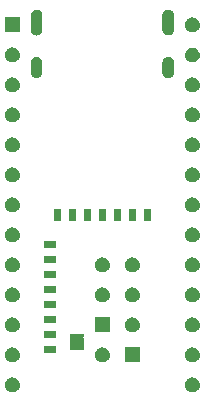
<source format=gbs>
G04 #@! TF.GenerationSoftware,KiCad,Pcbnew,7.0.6*
G04 #@! TF.CreationDate,2023-08-29T11:45:56+03:00*
G04 #@! TF.ProjectId,nrfmicro,6e72666d-6963-4726-9f2e-6b696361645f,rev?*
G04 #@! TF.SameCoordinates,Original*
G04 #@! TF.FileFunction,Soldermask,Bot*
G04 #@! TF.FilePolarity,Negative*
%FSLAX46Y46*%
G04 Gerber Fmt 4.6, Leading zero omitted, Abs format (unit mm)*
G04 Created by KiCad (PCBNEW 7.0.6) date 2023-08-29 11:45:56*
%MOMM*%
%LPD*%
G01*
G04 APERTURE LIST*
G04 APERTURE END LIST*
G36*
X20135679Y-49849630D02*
G01*
X20178141Y-49849630D01*
X20213900Y-49858443D01*
X20242726Y-49861692D01*
X20280012Y-49874739D01*
X20326774Y-49886265D01*
X20354427Y-49900778D01*
X20376771Y-49908597D01*
X20414533Y-49932324D01*
X20462321Y-49957405D01*
X20481521Y-49974415D01*
X20497021Y-49984154D01*
X20532021Y-50019154D01*
X20576904Y-50058917D01*
X20588313Y-50075446D01*
X20597445Y-50084578D01*
X20626145Y-50130254D01*
X20663865Y-50184901D01*
X20669016Y-50198485D01*
X20673002Y-50204828D01*
X20691851Y-50258696D01*
X20718148Y-50328035D01*
X20719228Y-50336934D01*
X20719907Y-50338873D01*
X20725615Y-50389538D01*
X20736600Y-50480000D01*
X20725614Y-50570469D01*
X20719907Y-50621126D01*
X20719228Y-50623064D01*
X20718148Y-50631965D01*
X20691847Y-50701315D01*
X20673002Y-50755171D01*
X20669017Y-50761511D01*
X20663865Y-50775099D01*
X20626138Y-50829755D01*
X20597445Y-50875421D01*
X20588315Y-50884550D01*
X20576904Y-50901083D01*
X20532012Y-50940853D01*
X20497021Y-50975845D01*
X20481525Y-50985581D01*
X20462321Y-51002595D01*
X20414523Y-51027680D01*
X20376771Y-51051402D01*
X20354433Y-51059218D01*
X20326774Y-51073735D01*
X20280002Y-51085263D01*
X20242726Y-51098307D01*
X20213907Y-51101554D01*
X20178141Y-51110370D01*
X20135670Y-51110370D01*
X20101600Y-51114209D01*
X20067530Y-51110370D01*
X20025059Y-51110370D01*
X19989292Y-51101554D01*
X19960473Y-51098307D01*
X19923194Y-51085262D01*
X19876426Y-51073735D01*
X19848768Y-51059219D01*
X19826428Y-51051402D01*
X19788670Y-51027677D01*
X19740879Y-51002595D01*
X19721677Y-50985583D01*
X19706178Y-50975845D01*
X19671178Y-50940845D01*
X19626296Y-50901083D01*
X19614886Y-50884553D01*
X19605754Y-50875421D01*
X19577050Y-50829739D01*
X19539335Y-50775099D01*
X19534183Y-50761515D01*
X19530197Y-50755171D01*
X19511339Y-50701281D01*
X19485052Y-50631965D01*
X19483971Y-50623068D01*
X19483292Y-50621126D01*
X19477571Y-50570355D01*
X19466600Y-50480000D01*
X19477570Y-50389652D01*
X19483292Y-50338873D01*
X19483971Y-50336929D01*
X19485052Y-50328035D01*
X19511335Y-50258730D01*
X19530197Y-50204828D01*
X19534184Y-50198481D01*
X19539335Y-50184901D01*
X19577043Y-50130270D01*
X19605754Y-50084578D01*
X19614888Y-50075443D01*
X19626296Y-50058917D01*
X19671170Y-50019161D01*
X19706178Y-49984154D01*
X19721681Y-49974412D01*
X19740879Y-49957405D01*
X19788660Y-49932327D01*
X19826428Y-49908597D01*
X19848774Y-49900777D01*
X19876426Y-49886265D01*
X19923184Y-49874739D01*
X19960473Y-49861692D01*
X19989300Y-49858443D01*
X20025059Y-49849630D01*
X20067521Y-49849630D01*
X20101600Y-49845790D01*
X20135679Y-49849630D01*
G37*
G36*
X35375679Y-49849630D02*
G01*
X35418141Y-49849630D01*
X35453900Y-49858443D01*
X35482726Y-49861692D01*
X35520012Y-49874739D01*
X35566774Y-49886265D01*
X35594427Y-49900778D01*
X35616771Y-49908597D01*
X35654533Y-49932324D01*
X35702321Y-49957405D01*
X35721521Y-49974415D01*
X35737021Y-49984154D01*
X35772021Y-50019154D01*
X35816904Y-50058917D01*
X35828313Y-50075446D01*
X35837445Y-50084578D01*
X35866145Y-50130254D01*
X35903865Y-50184901D01*
X35909016Y-50198485D01*
X35913002Y-50204828D01*
X35931851Y-50258696D01*
X35958148Y-50328035D01*
X35959228Y-50336934D01*
X35959907Y-50338873D01*
X35965616Y-50389543D01*
X35976600Y-50480000D01*
X35965614Y-50570474D01*
X35959907Y-50621126D01*
X35959228Y-50623064D01*
X35958148Y-50631965D01*
X35931847Y-50701315D01*
X35913002Y-50755171D01*
X35909017Y-50761511D01*
X35903865Y-50775099D01*
X35866138Y-50829755D01*
X35837445Y-50875421D01*
X35828315Y-50884550D01*
X35816904Y-50901083D01*
X35772012Y-50940853D01*
X35737021Y-50975845D01*
X35721525Y-50985581D01*
X35702321Y-51002595D01*
X35654523Y-51027680D01*
X35616771Y-51051402D01*
X35594433Y-51059218D01*
X35566774Y-51073735D01*
X35520002Y-51085263D01*
X35482726Y-51098307D01*
X35453907Y-51101554D01*
X35418141Y-51110370D01*
X35375670Y-51110370D01*
X35341600Y-51114209D01*
X35307530Y-51110370D01*
X35265059Y-51110370D01*
X35229292Y-51101554D01*
X35200473Y-51098307D01*
X35163194Y-51085262D01*
X35116426Y-51073735D01*
X35088768Y-51059219D01*
X35066428Y-51051402D01*
X35028670Y-51027677D01*
X34980879Y-51002595D01*
X34961677Y-50985583D01*
X34946178Y-50975845D01*
X34911178Y-50940845D01*
X34866296Y-50901083D01*
X34854886Y-50884553D01*
X34845754Y-50875421D01*
X34817050Y-50829739D01*
X34779335Y-50775099D01*
X34774183Y-50761515D01*
X34770197Y-50755171D01*
X34751339Y-50701281D01*
X34725052Y-50631965D01*
X34723971Y-50623068D01*
X34723292Y-50621126D01*
X34717571Y-50570355D01*
X34706600Y-50480000D01*
X34717570Y-50389652D01*
X34723292Y-50338873D01*
X34723971Y-50336929D01*
X34725052Y-50328035D01*
X34751335Y-50258730D01*
X34770197Y-50204828D01*
X34774184Y-50198481D01*
X34779335Y-50184901D01*
X34817043Y-50130270D01*
X34845754Y-50084578D01*
X34854888Y-50075443D01*
X34866296Y-50058917D01*
X34911170Y-50019161D01*
X34946178Y-49984154D01*
X34961681Y-49974412D01*
X34980879Y-49957405D01*
X35028660Y-49932327D01*
X35066428Y-49908597D01*
X35088774Y-49900777D01*
X35116426Y-49886265D01*
X35163184Y-49874739D01*
X35200473Y-49861692D01*
X35229300Y-49858443D01*
X35265059Y-49849630D01*
X35307521Y-49849630D01*
X35341600Y-49845790D01*
X35375679Y-49849630D01*
G37*
G36*
X30896600Y-48575000D02*
G01*
X29626600Y-48575000D01*
X29626600Y-47305000D01*
X30896600Y-47305000D01*
X30896600Y-48575000D01*
G37*
G36*
X20135679Y-47309630D02*
G01*
X20178141Y-47309630D01*
X20213900Y-47318443D01*
X20242726Y-47321692D01*
X20280012Y-47334739D01*
X20326774Y-47346265D01*
X20354427Y-47360778D01*
X20376771Y-47368597D01*
X20414533Y-47392324D01*
X20462321Y-47417405D01*
X20481521Y-47434415D01*
X20497021Y-47444154D01*
X20532021Y-47479154D01*
X20576904Y-47518917D01*
X20588313Y-47535446D01*
X20597445Y-47544578D01*
X20626145Y-47590254D01*
X20663865Y-47644901D01*
X20669016Y-47658485D01*
X20673002Y-47664828D01*
X20691851Y-47718696D01*
X20718148Y-47788035D01*
X20719228Y-47796934D01*
X20719907Y-47798873D01*
X20725615Y-47849538D01*
X20736600Y-47940000D01*
X20725614Y-48030469D01*
X20719907Y-48081126D01*
X20719228Y-48083064D01*
X20718148Y-48091965D01*
X20691847Y-48161315D01*
X20673002Y-48215171D01*
X20669017Y-48221511D01*
X20663865Y-48235099D01*
X20626138Y-48289755D01*
X20597445Y-48335421D01*
X20588315Y-48344550D01*
X20576904Y-48361083D01*
X20532012Y-48400853D01*
X20497021Y-48435845D01*
X20481525Y-48445581D01*
X20462321Y-48462595D01*
X20414523Y-48487680D01*
X20376771Y-48511402D01*
X20354433Y-48519218D01*
X20326774Y-48533735D01*
X20280002Y-48545263D01*
X20242726Y-48558307D01*
X20213907Y-48561554D01*
X20178141Y-48570370D01*
X20135670Y-48570370D01*
X20101600Y-48574209D01*
X20067530Y-48570370D01*
X20025059Y-48570370D01*
X19989292Y-48561554D01*
X19960473Y-48558307D01*
X19923194Y-48545262D01*
X19876426Y-48533735D01*
X19848768Y-48519219D01*
X19826428Y-48511402D01*
X19788670Y-48487677D01*
X19740879Y-48462595D01*
X19721677Y-48445583D01*
X19706178Y-48435845D01*
X19671178Y-48400845D01*
X19626296Y-48361083D01*
X19614886Y-48344553D01*
X19605754Y-48335421D01*
X19577050Y-48289739D01*
X19539335Y-48235099D01*
X19534183Y-48221515D01*
X19530197Y-48215171D01*
X19511339Y-48161281D01*
X19485052Y-48091965D01*
X19483971Y-48083068D01*
X19483292Y-48081126D01*
X19477571Y-48030355D01*
X19466600Y-47940000D01*
X19477570Y-47849652D01*
X19483292Y-47798873D01*
X19483971Y-47796929D01*
X19485052Y-47788035D01*
X19511335Y-47718730D01*
X19530197Y-47664828D01*
X19534184Y-47658481D01*
X19539335Y-47644901D01*
X19577043Y-47590270D01*
X19605754Y-47544578D01*
X19614888Y-47535443D01*
X19626296Y-47518917D01*
X19671170Y-47479161D01*
X19706178Y-47444154D01*
X19721681Y-47434412D01*
X19740879Y-47417405D01*
X19788660Y-47392327D01*
X19826428Y-47368597D01*
X19848774Y-47360777D01*
X19876426Y-47346265D01*
X19923184Y-47334739D01*
X19960473Y-47321692D01*
X19989300Y-47318443D01*
X20025059Y-47309630D01*
X20067521Y-47309630D01*
X20101600Y-47305790D01*
X20135679Y-47309630D01*
G37*
G36*
X27755679Y-47309630D02*
G01*
X27798141Y-47309630D01*
X27833900Y-47318443D01*
X27862726Y-47321692D01*
X27900012Y-47334739D01*
X27946774Y-47346265D01*
X27974427Y-47360778D01*
X27996771Y-47368597D01*
X28034533Y-47392324D01*
X28082321Y-47417405D01*
X28101521Y-47434415D01*
X28117021Y-47444154D01*
X28152021Y-47479154D01*
X28196904Y-47518917D01*
X28208313Y-47535446D01*
X28217445Y-47544578D01*
X28246145Y-47590254D01*
X28283865Y-47644901D01*
X28289016Y-47658485D01*
X28293002Y-47664828D01*
X28311851Y-47718696D01*
X28338148Y-47788035D01*
X28339228Y-47796934D01*
X28339907Y-47798873D01*
X28345615Y-47849538D01*
X28356600Y-47940000D01*
X28345614Y-48030469D01*
X28339907Y-48081126D01*
X28339228Y-48083064D01*
X28338148Y-48091965D01*
X28311847Y-48161315D01*
X28293002Y-48215171D01*
X28289017Y-48221511D01*
X28283865Y-48235099D01*
X28246138Y-48289755D01*
X28217445Y-48335421D01*
X28208315Y-48344550D01*
X28196904Y-48361083D01*
X28152012Y-48400853D01*
X28117021Y-48435845D01*
X28101525Y-48445581D01*
X28082321Y-48462595D01*
X28034523Y-48487680D01*
X27996771Y-48511402D01*
X27974433Y-48519218D01*
X27946774Y-48533735D01*
X27900002Y-48545263D01*
X27862726Y-48558307D01*
X27833907Y-48561554D01*
X27798141Y-48570370D01*
X27755670Y-48570370D01*
X27721600Y-48574209D01*
X27687530Y-48570370D01*
X27645059Y-48570370D01*
X27609292Y-48561554D01*
X27580473Y-48558307D01*
X27543194Y-48545262D01*
X27496426Y-48533735D01*
X27468768Y-48519219D01*
X27446428Y-48511402D01*
X27408670Y-48487677D01*
X27360879Y-48462595D01*
X27341677Y-48445583D01*
X27326178Y-48435845D01*
X27291178Y-48400845D01*
X27246296Y-48361083D01*
X27234886Y-48344553D01*
X27225754Y-48335421D01*
X27197050Y-48289739D01*
X27159335Y-48235099D01*
X27154183Y-48221515D01*
X27150197Y-48215171D01*
X27131339Y-48161281D01*
X27105052Y-48091965D01*
X27103971Y-48083068D01*
X27103292Y-48081126D01*
X27097571Y-48030355D01*
X27086600Y-47940000D01*
X27097570Y-47849652D01*
X27103292Y-47798873D01*
X27103971Y-47796929D01*
X27105052Y-47788035D01*
X27131335Y-47718730D01*
X27150197Y-47664828D01*
X27154184Y-47658481D01*
X27159335Y-47644901D01*
X27197043Y-47590270D01*
X27225754Y-47544578D01*
X27234888Y-47535443D01*
X27246296Y-47518917D01*
X27291170Y-47479161D01*
X27326178Y-47444154D01*
X27341681Y-47434412D01*
X27360879Y-47417405D01*
X27408660Y-47392327D01*
X27446428Y-47368597D01*
X27468774Y-47360777D01*
X27496426Y-47346265D01*
X27543184Y-47334739D01*
X27580473Y-47321692D01*
X27609300Y-47318443D01*
X27645059Y-47309630D01*
X27687521Y-47309630D01*
X27721600Y-47305790D01*
X27755679Y-47309630D01*
G37*
G36*
X35375679Y-47309630D02*
G01*
X35418141Y-47309630D01*
X35453900Y-47318443D01*
X35482726Y-47321692D01*
X35520012Y-47334739D01*
X35566774Y-47346265D01*
X35594427Y-47360778D01*
X35616771Y-47368597D01*
X35654533Y-47392324D01*
X35702321Y-47417405D01*
X35721521Y-47434415D01*
X35737021Y-47444154D01*
X35772021Y-47479154D01*
X35816904Y-47518917D01*
X35828313Y-47535446D01*
X35837445Y-47544578D01*
X35866145Y-47590254D01*
X35903865Y-47644901D01*
X35909016Y-47658485D01*
X35913002Y-47664828D01*
X35931851Y-47718696D01*
X35958148Y-47788035D01*
X35959228Y-47796934D01*
X35959907Y-47798873D01*
X35965615Y-47849538D01*
X35976600Y-47940000D01*
X35965614Y-48030469D01*
X35959907Y-48081126D01*
X35959228Y-48083064D01*
X35958148Y-48091965D01*
X35931847Y-48161315D01*
X35913002Y-48215171D01*
X35909017Y-48221511D01*
X35903865Y-48235099D01*
X35866138Y-48289755D01*
X35837445Y-48335421D01*
X35828315Y-48344550D01*
X35816904Y-48361083D01*
X35772012Y-48400853D01*
X35737021Y-48435845D01*
X35721525Y-48445581D01*
X35702321Y-48462595D01*
X35654523Y-48487680D01*
X35616771Y-48511402D01*
X35594433Y-48519218D01*
X35566774Y-48533735D01*
X35520002Y-48545263D01*
X35482726Y-48558307D01*
X35453907Y-48561554D01*
X35418141Y-48570370D01*
X35375670Y-48570370D01*
X35341600Y-48574209D01*
X35307530Y-48570370D01*
X35265059Y-48570370D01*
X35229292Y-48561554D01*
X35200473Y-48558307D01*
X35163194Y-48545262D01*
X35116426Y-48533735D01*
X35088768Y-48519219D01*
X35066428Y-48511402D01*
X35028670Y-48487677D01*
X34980879Y-48462595D01*
X34961677Y-48445583D01*
X34946178Y-48435845D01*
X34911178Y-48400845D01*
X34866296Y-48361083D01*
X34854886Y-48344553D01*
X34845754Y-48335421D01*
X34817050Y-48289739D01*
X34779335Y-48235099D01*
X34774183Y-48221515D01*
X34770197Y-48215171D01*
X34751339Y-48161281D01*
X34725052Y-48091965D01*
X34723971Y-48083068D01*
X34723292Y-48081126D01*
X34717571Y-48030355D01*
X34706600Y-47940000D01*
X34717570Y-47849652D01*
X34723292Y-47798873D01*
X34723971Y-47796929D01*
X34725052Y-47788035D01*
X34751335Y-47718730D01*
X34770197Y-47664828D01*
X34774184Y-47658481D01*
X34779335Y-47644901D01*
X34817043Y-47590270D01*
X34845754Y-47544578D01*
X34854888Y-47535443D01*
X34866296Y-47518917D01*
X34911170Y-47479161D01*
X34946178Y-47444154D01*
X34961681Y-47434412D01*
X34980879Y-47417405D01*
X35028660Y-47392327D01*
X35066428Y-47368597D01*
X35088774Y-47360777D01*
X35116426Y-47346265D01*
X35163184Y-47334739D01*
X35200473Y-47321692D01*
X35229300Y-47318443D01*
X35265059Y-47309630D01*
X35307521Y-47309630D01*
X35341600Y-47305790D01*
X35375679Y-47309630D01*
G37*
G36*
X23812000Y-47817000D02*
G01*
X22812000Y-47817000D01*
X22812000Y-47167000D01*
X23812000Y-47167000D01*
X23812000Y-47817000D01*
G37*
G36*
X26160533Y-46331775D02*
G01*
X26104809Y-46387498D01*
X26116394Y-46505168D01*
X26158371Y-46533218D01*
X26158490Y-46533817D01*
X26160533Y-46531775D01*
X26160533Y-47531775D01*
X26148223Y-47531775D01*
X24972843Y-47531775D01*
X24960533Y-47531775D01*
X24960533Y-46531775D01*
X24962575Y-46533817D01*
X24962695Y-46533215D01*
X25004671Y-46505165D01*
X25016256Y-46387499D01*
X24969239Y-46340481D01*
X24960533Y-46331775D01*
X24960533Y-46131775D01*
X26160533Y-46131775D01*
X26160533Y-46331775D01*
G37*
G36*
X23812000Y-46547000D02*
G01*
X22812000Y-46547000D01*
X22812000Y-45897000D01*
X23812000Y-45897000D01*
X23812000Y-46547000D01*
G37*
G36*
X28356600Y-46035000D02*
G01*
X27086600Y-46035000D01*
X27086600Y-44765000D01*
X28356600Y-44765000D01*
X28356600Y-46035000D01*
G37*
G36*
X20135679Y-44769630D02*
G01*
X20178141Y-44769630D01*
X20213900Y-44778443D01*
X20242726Y-44781692D01*
X20280012Y-44794739D01*
X20326774Y-44806265D01*
X20354427Y-44820778D01*
X20376771Y-44828597D01*
X20414533Y-44852324D01*
X20462321Y-44877405D01*
X20481521Y-44894415D01*
X20497021Y-44904154D01*
X20532021Y-44939154D01*
X20576904Y-44978917D01*
X20588313Y-44995446D01*
X20597445Y-45004578D01*
X20626145Y-45050254D01*
X20663865Y-45104901D01*
X20669016Y-45118485D01*
X20673002Y-45124828D01*
X20691851Y-45178696D01*
X20718148Y-45248035D01*
X20719228Y-45256934D01*
X20719907Y-45258873D01*
X20725615Y-45309538D01*
X20736600Y-45400000D01*
X20725614Y-45490469D01*
X20719907Y-45541126D01*
X20719228Y-45543064D01*
X20718148Y-45551965D01*
X20691847Y-45621315D01*
X20673002Y-45675171D01*
X20669017Y-45681511D01*
X20663865Y-45695099D01*
X20626138Y-45749755D01*
X20597445Y-45795421D01*
X20588315Y-45804550D01*
X20576904Y-45821083D01*
X20532012Y-45860853D01*
X20497021Y-45895845D01*
X20481525Y-45905581D01*
X20462321Y-45922595D01*
X20414523Y-45947680D01*
X20376771Y-45971402D01*
X20354433Y-45979218D01*
X20326774Y-45993735D01*
X20280002Y-46005263D01*
X20242726Y-46018307D01*
X20213907Y-46021554D01*
X20178141Y-46030370D01*
X20135670Y-46030370D01*
X20101600Y-46034209D01*
X20067530Y-46030370D01*
X20025059Y-46030370D01*
X19989292Y-46021554D01*
X19960473Y-46018307D01*
X19923194Y-46005262D01*
X19876426Y-45993735D01*
X19848768Y-45979219D01*
X19826428Y-45971402D01*
X19788670Y-45947677D01*
X19740879Y-45922595D01*
X19721677Y-45905583D01*
X19706178Y-45895845D01*
X19671178Y-45860845D01*
X19626296Y-45821083D01*
X19614886Y-45804553D01*
X19605754Y-45795421D01*
X19577050Y-45749739D01*
X19539335Y-45695099D01*
X19534183Y-45681515D01*
X19530197Y-45675171D01*
X19511339Y-45621281D01*
X19485052Y-45551965D01*
X19483971Y-45543068D01*
X19483292Y-45541126D01*
X19477571Y-45490355D01*
X19466600Y-45400000D01*
X19477570Y-45309652D01*
X19483292Y-45258873D01*
X19483971Y-45256929D01*
X19485052Y-45248035D01*
X19511335Y-45178730D01*
X19530197Y-45124828D01*
X19534184Y-45118481D01*
X19539335Y-45104901D01*
X19577043Y-45050270D01*
X19605754Y-45004578D01*
X19614888Y-44995443D01*
X19626296Y-44978917D01*
X19671170Y-44939161D01*
X19706178Y-44904154D01*
X19721681Y-44894412D01*
X19740879Y-44877405D01*
X19788660Y-44852327D01*
X19826428Y-44828597D01*
X19848774Y-44820777D01*
X19876426Y-44806265D01*
X19923184Y-44794739D01*
X19960473Y-44781692D01*
X19989300Y-44778443D01*
X20025059Y-44769630D01*
X20067521Y-44769630D01*
X20101600Y-44765790D01*
X20135679Y-44769630D01*
G37*
G36*
X30295679Y-44769630D02*
G01*
X30338141Y-44769630D01*
X30373900Y-44778443D01*
X30402726Y-44781692D01*
X30440012Y-44794739D01*
X30486774Y-44806265D01*
X30514427Y-44820778D01*
X30536771Y-44828597D01*
X30574533Y-44852324D01*
X30622321Y-44877405D01*
X30641521Y-44894415D01*
X30657021Y-44904154D01*
X30692021Y-44939154D01*
X30736904Y-44978917D01*
X30748313Y-44995446D01*
X30757445Y-45004578D01*
X30786145Y-45050254D01*
X30823865Y-45104901D01*
X30829016Y-45118485D01*
X30833002Y-45124828D01*
X30851851Y-45178696D01*
X30878148Y-45248035D01*
X30879228Y-45256934D01*
X30879907Y-45258873D01*
X30885615Y-45309538D01*
X30896600Y-45400000D01*
X30885614Y-45490469D01*
X30879907Y-45541126D01*
X30879228Y-45543064D01*
X30878148Y-45551965D01*
X30851847Y-45621315D01*
X30833002Y-45675171D01*
X30829017Y-45681511D01*
X30823865Y-45695099D01*
X30786138Y-45749755D01*
X30757445Y-45795421D01*
X30748315Y-45804550D01*
X30736904Y-45821083D01*
X30692012Y-45860853D01*
X30657021Y-45895845D01*
X30641525Y-45905581D01*
X30622321Y-45922595D01*
X30574523Y-45947680D01*
X30536771Y-45971402D01*
X30514433Y-45979218D01*
X30486774Y-45993735D01*
X30440002Y-46005263D01*
X30402726Y-46018307D01*
X30373907Y-46021554D01*
X30338141Y-46030370D01*
X30295670Y-46030370D01*
X30261600Y-46034209D01*
X30227530Y-46030370D01*
X30185059Y-46030370D01*
X30149292Y-46021554D01*
X30120473Y-46018307D01*
X30083194Y-46005262D01*
X30036426Y-45993735D01*
X30008768Y-45979219D01*
X29986428Y-45971402D01*
X29948670Y-45947677D01*
X29900879Y-45922595D01*
X29881677Y-45905583D01*
X29866178Y-45895845D01*
X29831178Y-45860845D01*
X29786296Y-45821083D01*
X29774886Y-45804553D01*
X29765754Y-45795421D01*
X29737050Y-45749739D01*
X29699335Y-45695099D01*
X29694183Y-45681515D01*
X29690197Y-45675171D01*
X29671339Y-45621281D01*
X29645052Y-45551965D01*
X29643971Y-45543068D01*
X29643292Y-45541126D01*
X29637571Y-45490355D01*
X29626600Y-45400000D01*
X29637570Y-45309652D01*
X29643292Y-45258873D01*
X29643971Y-45256929D01*
X29645052Y-45248035D01*
X29671335Y-45178730D01*
X29690197Y-45124828D01*
X29694184Y-45118481D01*
X29699335Y-45104901D01*
X29737043Y-45050270D01*
X29765754Y-45004578D01*
X29774888Y-44995443D01*
X29786296Y-44978917D01*
X29831170Y-44939161D01*
X29866178Y-44904154D01*
X29881681Y-44894412D01*
X29900879Y-44877405D01*
X29948660Y-44852327D01*
X29986428Y-44828597D01*
X30008774Y-44820777D01*
X30036426Y-44806265D01*
X30083184Y-44794739D01*
X30120473Y-44781692D01*
X30149300Y-44778443D01*
X30185059Y-44769630D01*
X30227521Y-44769630D01*
X30261600Y-44765790D01*
X30295679Y-44769630D01*
G37*
G36*
X35375679Y-44769630D02*
G01*
X35418141Y-44769630D01*
X35453900Y-44778443D01*
X35482726Y-44781692D01*
X35520012Y-44794739D01*
X35566774Y-44806265D01*
X35594427Y-44820778D01*
X35616771Y-44828597D01*
X35654533Y-44852324D01*
X35702321Y-44877405D01*
X35721521Y-44894415D01*
X35737021Y-44904154D01*
X35772021Y-44939154D01*
X35816904Y-44978917D01*
X35828313Y-44995446D01*
X35837445Y-45004578D01*
X35866145Y-45050254D01*
X35903865Y-45104901D01*
X35909016Y-45118485D01*
X35913002Y-45124828D01*
X35931851Y-45178696D01*
X35958148Y-45248035D01*
X35959228Y-45256934D01*
X35959907Y-45258873D01*
X35965616Y-45309543D01*
X35976600Y-45400000D01*
X35965614Y-45490474D01*
X35959907Y-45541126D01*
X35959228Y-45543064D01*
X35958148Y-45551965D01*
X35931847Y-45621315D01*
X35913002Y-45675171D01*
X35909017Y-45681511D01*
X35903865Y-45695099D01*
X35866138Y-45749755D01*
X35837445Y-45795421D01*
X35828315Y-45804550D01*
X35816904Y-45821083D01*
X35772012Y-45860853D01*
X35737021Y-45895845D01*
X35721525Y-45905581D01*
X35702321Y-45922595D01*
X35654523Y-45947680D01*
X35616771Y-45971402D01*
X35594433Y-45979218D01*
X35566774Y-45993735D01*
X35520002Y-46005263D01*
X35482726Y-46018307D01*
X35453907Y-46021554D01*
X35418141Y-46030370D01*
X35375670Y-46030370D01*
X35341600Y-46034209D01*
X35307530Y-46030370D01*
X35265059Y-46030370D01*
X35229292Y-46021554D01*
X35200473Y-46018307D01*
X35163194Y-46005262D01*
X35116426Y-45993735D01*
X35088768Y-45979219D01*
X35066428Y-45971402D01*
X35028670Y-45947677D01*
X34980879Y-45922595D01*
X34961677Y-45905583D01*
X34946178Y-45895845D01*
X34911178Y-45860845D01*
X34866296Y-45821083D01*
X34854886Y-45804553D01*
X34845754Y-45795421D01*
X34817050Y-45749739D01*
X34779335Y-45695099D01*
X34774183Y-45681515D01*
X34770197Y-45675171D01*
X34751339Y-45621281D01*
X34725052Y-45551965D01*
X34723971Y-45543068D01*
X34723292Y-45541126D01*
X34717571Y-45490355D01*
X34706600Y-45400000D01*
X34717570Y-45309652D01*
X34723292Y-45258873D01*
X34723971Y-45256929D01*
X34725052Y-45248035D01*
X34751335Y-45178730D01*
X34770197Y-45124828D01*
X34774184Y-45118481D01*
X34779335Y-45104901D01*
X34817043Y-45050270D01*
X34845754Y-45004578D01*
X34854888Y-44995443D01*
X34866296Y-44978917D01*
X34911170Y-44939161D01*
X34946178Y-44904154D01*
X34961681Y-44894412D01*
X34980879Y-44877405D01*
X35028660Y-44852327D01*
X35066428Y-44828597D01*
X35088774Y-44820777D01*
X35116426Y-44806265D01*
X35163184Y-44794739D01*
X35200473Y-44781692D01*
X35229300Y-44778443D01*
X35265059Y-44769630D01*
X35307521Y-44769630D01*
X35341600Y-44765790D01*
X35375679Y-44769630D01*
G37*
G36*
X23812000Y-45277000D02*
G01*
X22812000Y-45277000D01*
X22812000Y-44627000D01*
X23812000Y-44627000D01*
X23812000Y-45277000D01*
G37*
G36*
X23812000Y-44007000D02*
G01*
X22812000Y-44007000D01*
X22812000Y-43357000D01*
X23812000Y-43357000D01*
X23812000Y-44007000D01*
G37*
G36*
X20135679Y-42229630D02*
G01*
X20178141Y-42229630D01*
X20213900Y-42238443D01*
X20242726Y-42241692D01*
X20280012Y-42254739D01*
X20326774Y-42266265D01*
X20354427Y-42280778D01*
X20376771Y-42288597D01*
X20414533Y-42312324D01*
X20462321Y-42337405D01*
X20481521Y-42354415D01*
X20497021Y-42364154D01*
X20532021Y-42399154D01*
X20576904Y-42438917D01*
X20588313Y-42455446D01*
X20597445Y-42464578D01*
X20626145Y-42510254D01*
X20663865Y-42564901D01*
X20669016Y-42578485D01*
X20673002Y-42584828D01*
X20691851Y-42638696D01*
X20718148Y-42708035D01*
X20719228Y-42716934D01*
X20719907Y-42718873D01*
X20725615Y-42769538D01*
X20736600Y-42860000D01*
X20725614Y-42950469D01*
X20719907Y-43001126D01*
X20719228Y-43003064D01*
X20718148Y-43011965D01*
X20691847Y-43081315D01*
X20673002Y-43135171D01*
X20669017Y-43141511D01*
X20663865Y-43155099D01*
X20626138Y-43209755D01*
X20597445Y-43255421D01*
X20588315Y-43264550D01*
X20576904Y-43281083D01*
X20532012Y-43320853D01*
X20497021Y-43355845D01*
X20481525Y-43365581D01*
X20462321Y-43382595D01*
X20414523Y-43407680D01*
X20376771Y-43431402D01*
X20354433Y-43439218D01*
X20326774Y-43453735D01*
X20280002Y-43465263D01*
X20242726Y-43478307D01*
X20213907Y-43481554D01*
X20178141Y-43490370D01*
X20135670Y-43490370D01*
X20101600Y-43494209D01*
X20067530Y-43490370D01*
X20025059Y-43490370D01*
X19989292Y-43481554D01*
X19960473Y-43478307D01*
X19923194Y-43465262D01*
X19876426Y-43453735D01*
X19848768Y-43439219D01*
X19826428Y-43431402D01*
X19788670Y-43407677D01*
X19740879Y-43382595D01*
X19721677Y-43365583D01*
X19706178Y-43355845D01*
X19671178Y-43320845D01*
X19626296Y-43281083D01*
X19614886Y-43264553D01*
X19605754Y-43255421D01*
X19577050Y-43209739D01*
X19539335Y-43155099D01*
X19534183Y-43141515D01*
X19530197Y-43135171D01*
X19511339Y-43081281D01*
X19485052Y-43011965D01*
X19483971Y-43003068D01*
X19483292Y-43001126D01*
X19477571Y-42950355D01*
X19466600Y-42860000D01*
X19477570Y-42769652D01*
X19483292Y-42718873D01*
X19483971Y-42716929D01*
X19485052Y-42708035D01*
X19511335Y-42638730D01*
X19530197Y-42584828D01*
X19534184Y-42578481D01*
X19539335Y-42564901D01*
X19577043Y-42510270D01*
X19605754Y-42464578D01*
X19614888Y-42455443D01*
X19626296Y-42438917D01*
X19671170Y-42399161D01*
X19706178Y-42364154D01*
X19721681Y-42354412D01*
X19740879Y-42337405D01*
X19788660Y-42312327D01*
X19826428Y-42288597D01*
X19848774Y-42280777D01*
X19876426Y-42266265D01*
X19923184Y-42254739D01*
X19960473Y-42241692D01*
X19989300Y-42238443D01*
X20025059Y-42229630D01*
X20067521Y-42229630D01*
X20101600Y-42225790D01*
X20135679Y-42229630D01*
G37*
G36*
X27755679Y-42229630D02*
G01*
X27798141Y-42229630D01*
X27833900Y-42238443D01*
X27862726Y-42241692D01*
X27900012Y-42254739D01*
X27946774Y-42266265D01*
X27974427Y-42280778D01*
X27996771Y-42288597D01*
X28034533Y-42312324D01*
X28082321Y-42337405D01*
X28101521Y-42354415D01*
X28117021Y-42364154D01*
X28152021Y-42399154D01*
X28196904Y-42438917D01*
X28208313Y-42455446D01*
X28217445Y-42464578D01*
X28246145Y-42510254D01*
X28283865Y-42564901D01*
X28289016Y-42578485D01*
X28293002Y-42584828D01*
X28311851Y-42638696D01*
X28338148Y-42708035D01*
X28339228Y-42716934D01*
X28339907Y-42718873D01*
X28345615Y-42769538D01*
X28356600Y-42860000D01*
X28345614Y-42950469D01*
X28339907Y-43001126D01*
X28339228Y-43003064D01*
X28338148Y-43011965D01*
X28311847Y-43081315D01*
X28293002Y-43135171D01*
X28289017Y-43141511D01*
X28283865Y-43155099D01*
X28246138Y-43209755D01*
X28217445Y-43255421D01*
X28208315Y-43264550D01*
X28196904Y-43281083D01*
X28152012Y-43320853D01*
X28117021Y-43355845D01*
X28101525Y-43365581D01*
X28082321Y-43382595D01*
X28034523Y-43407680D01*
X27996771Y-43431402D01*
X27974433Y-43439218D01*
X27946774Y-43453735D01*
X27900002Y-43465263D01*
X27862726Y-43478307D01*
X27833907Y-43481554D01*
X27798141Y-43490370D01*
X27755670Y-43490370D01*
X27721600Y-43494209D01*
X27687530Y-43490370D01*
X27645059Y-43490370D01*
X27609292Y-43481554D01*
X27580473Y-43478307D01*
X27543194Y-43465262D01*
X27496426Y-43453735D01*
X27468768Y-43439219D01*
X27446428Y-43431402D01*
X27408670Y-43407677D01*
X27360879Y-43382595D01*
X27341677Y-43365583D01*
X27326178Y-43355845D01*
X27291178Y-43320845D01*
X27246296Y-43281083D01*
X27234886Y-43264553D01*
X27225754Y-43255421D01*
X27197050Y-43209739D01*
X27159335Y-43155099D01*
X27154183Y-43141515D01*
X27150197Y-43135171D01*
X27131339Y-43081281D01*
X27105052Y-43011965D01*
X27103971Y-43003068D01*
X27103292Y-43001126D01*
X27097571Y-42950355D01*
X27086600Y-42860000D01*
X27097570Y-42769652D01*
X27103292Y-42718873D01*
X27103971Y-42716929D01*
X27105052Y-42708035D01*
X27131335Y-42638730D01*
X27150197Y-42584828D01*
X27154184Y-42578481D01*
X27159335Y-42564901D01*
X27197043Y-42510270D01*
X27225754Y-42464578D01*
X27234888Y-42455443D01*
X27246296Y-42438917D01*
X27291170Y-42399161D01*
X27326178Y-42364154D01*
X27341681Y-42354412D01*
X27360879Y-42337405D01*
X27408660Y-42312327D01*
X27446428Y-42288597D01*
X27468774Y-42280777D01*
X27496426Y-42266265D01*
X27543184Y-42254739D01*
X27580473Y-42241692D01*
X27609300Y-42238443D01*
X27645059Y-42229630D01*
X27687521Y-42229630D01*
X27721600Y-42225790D01*
X27755679Y-42229630D01*
G37*
G36*
X30295679Y-42229630D02*
G01*
X30338141Y-42229630D01*
X30373900Y-42238443D01*
X30402726Y-42241692D01*
X30440012Y-42254739D01*
X30486774Y-42266265D01*
X30514427Y-42280778D01*
X30536771Y-42288597D01*
X30574533Y-42312324D01*
X30622321Y-42337405D01*
X30641521Y-42354415D01*
X30657021Y-42364154D01*
X30692021Y-42399154D01*
X30736904Y-42438917D01*
X30748313Y-42455446D01*
X30757445Y-42464578D01*
X30786145Y-42510254D01*
X30823865Y-42564901D01*
X30829016Y-42578485D01*
X30833002Y-42584828D01*
X30851851Y-42638696D01*
X30878148Y-42708035D01*
X30879228Y-42716934D01*
X30879907Y-42718873D01*
X30885615Y-42769538D01*
X30896600Y-42860000D01*
X30885614Y-42950469D01*
X30879907Y-43001126D01*
X30879228Y-43003064D01*
X30878148Y-43011965D01*
X30851847Y-43081315D01*
X30833002Y-43135171D01*
X30829017Y-43141511D01*
X30823865Y-43155099D01*
X30786138Y-43209755D01*
X30757445Y-43255421D01*
X30748315Y-43264550D01*
X30736904Y-43281083D01*
X30692012Y-43320853D01*
X30657021Y-43355845D01*
X30641525Y-43365581D01*
X30622321Y-43382595D01*
X30574523Y-43407680D01*
X30536771Y-43431402D01*
X30514433Y-43439218D01*
X30486774Y-43453735D01*
X30440002Y-43465263D01*
X30402726Y-43478307D01*
X30373907Y-43481554D01*
X30338141Y-43490370D01*
X30295670Y-43490370D01*
X30261600Y-43494209D01*
X30227530Y-43490370D01*
X30185059Y-43490370D01*
X30149292Y-43481554D01*
X30120473Y-43478307D01*
X30083194Y-43465262D01*
X30036426Y-43453735D01*
X30008768Y-43439219D01*
X29986428Y-43431402D01*
X29948670Y-43407677D01*
X29900879Y-43382595D01*
X29881677Y-43365583D01*
X29866178Y-43355845D01*
X29831178Y-43320845D01*
X29786296Y-43281083D01*
X29774886Y-43264553D01*
X29765754Y-43255421D01*
X29737050Y-43209739D01*
X29699335Y-43155099D01*
X29694183Y-43141515D01*
X29690197Y-43135171D01*
X29671339Y-43081281D01*
X29645052Y-43011965D01*
X29643971Y-43003068D01*
X29643292Y-43001126D01*
X29637571Y-42950355D01*
X29626600Y-42860000D01*
X29637570Y-42769652D01*
X29643292Y-42718873D01*
X29643971Y-42716929D01*
X29645052Y-42708035D01*
X29671335Y-42638730D01*
X29690197Y-42584828D01*
X29694184Y-42578481D01*
X29699335Y-42564901D01*
X29737043Y-42510270D01*
X29765754Y-42464578D01*
X29774888Y-42455443D01*
X29786296Y-42438917D01*
X29831170Y-42399161D01*
X29866178Y-42364154D01*
X29881681Y-42354412D01*
X29900879Y-42337405D01*
X29948660Y-42312327D01*
X29986428Y-42288597D01*
X30008774Y-42280777D01*
X30036426Y-42266265D01*
X30083184Y-42254739D01*
X30120473Y-42241692D01*
X30149300Y-42238443D01*
X30185059Y-42229630D01*
X30227521Y-42229630D01*
X30261600Y-42225790D01*
X30295679Y-42229630D01*
G37*
G36*
X35375679Y-42229630D02*
G01*
X35418141Y-42229630D01*
X35453900Y-42238443D01*
X35482726Y-42241692D01*
X35520012Y-42254739D01*
X35566774Y-42266265D01*
X35594427Y-42280778D01*
X35616771Y-42288597D01*
X35654533Y-42312324D01*
X35702321Y-42337405D01*
X35721521Y-42354415D01*
X35737021Y-42364154D01*
X35772021Y-42399154D01*
X35816904Y-42438917D01*
X35828313Y-42455446D01*
X35837445Y-42464578D01*
X35866145Y-42510254D01*
X35903865Y-42564901D01*
X35909016Y-42578485D01*
X35913002Y-42584828D01*
X35931851Y-42638696D01*
X35958148Y-42708035D01*
X35959228Y-42716934D01*
X35959907Y-42718873D01*
X35965615Y-42769538D01*
X35976600Y-42860000D01*
X35965614Y-42950469D01*
X35959907Y-43001126D01*
X35959228Y-43003064D01*
X35958148Y-43011965D01*
X35931847Y-43081315D01*
X35913002Y-43135171D01*
X35909017Y-43141511D01*
X35903865Y-43155099D01*
X35866138Y-43209755D01*
X35837445Y-43255421D01*
X35828315Y-43264550D01*
X35816904Y-43281083D01*
X35772012Y-43320853D01*
X35737021Y-43355845D01*
X35721525Y-43365581D01*
X35702321Y-43382595D01*
X35654523Y-43407680D01*
X35616771Y-43431402D01*
X35594433Y-43439218D01*
X35566774Y-43453735D01*
X35520002Y-43465263D01*
X35482726Y-43478307D01*
X35453907Y-43481554D01*
X35418141Y-43490370D01*
X35375670Y-43490370D01*
X35341600Y-43494209D01*
X35307530Y-43490370D01*
X35265059Y-43490370D01*
X35229292Y-43481554D01*
X35200473Y-43478307D01*
X35163194Y-43465262D01*
X35116426Y-43453735D01*
X35088768Y-43439219D01*
X35066428Y-43431402D01*
X35028670Y-43407677D01*
X34980879Y-43382595D01*
X34961677Y-43365583D01*
X34946178Y-43355845D01*
X34911178Y-43320845D01*
X34866296Y-43281083D01*
X34854886Y-43264553D01*
X34845754Y-43255421D01*
X34817050Y-43209739D01*
X34779335Y-43155099D01*
X34774183Y-43141515D01*
X34770197Y-43135171D01*
X34751339Y-43081281D01*
X34725052Y-43011965D01*
X34723971Y-43003068D01*
X34723292Y-43001126D01*
X34717571Y-42950355D01*
X34706600Y-42860000D01*
X34717570Y-42769652D01*
X34723292Y-42718873D01*
X34723971Y-42716929D01*
X34725052Y-42708035D01*
X34751335Y-42638730D01*
X34770197Y-42584828D01*
X34774184Y-42578481D01*
X34779335Y-42564901D01*
X34817043Y-42510270D01*
X34845754Y-42464578D01*
X34854888Y-42455443D01*
X34866296Y-42438917D01*
X34911170Y-42399161D01*
X34946178Y-42364154D01*
X34961681Y-42354412D01*
X34980879Y-42337405D01*
X35028660Y-42312327D01*
X35066428Y-42288597D01*
X35088774Y-42280777D01*
X35116426Y-42266265D01*
X35163184Y-42254739D01*
X35200473Y-42241692D01*
X35229300Y-42238443D01*
X35265059Y-42229630D01*
X35307521Y-42229630D01*
X35341600Y-42225790D01*
X35375679Y-42229630D01*
G37*
G36*
X23812000Y-42737000D02*
G01*
X22812000Y-42737000D01*
X22812000Y-42087000D01*
X23812000Y-42087000D01*
X23812000Y-42737000D01*
G37*
G36*
X23812000Y-41467000D02*
G01*
X22812000Y-41467000D01*
X22812000Y-40817000D01*
X23812000Y-40817000D01*
X23812000Y-41467000D01*
G37*
G36*
X20135679Y-39689630D02*
G01*
X20178141Y-39689630D01*
X20213900Y-39698443D01*
X20242726Y-39701692D01*
X20280012Y-39714739D01*
X20326774Y-39726265D01*
X20354427Y-39740778D01*
X20376771Y-39748597D01*
X20414533Y-39772324D01*
X20462321Y-39797405D01*
X20481521Y-39814415D01*
X20497021Y-39824154D01*
X20532021Y-39859154D01*
X20576904Y-39898917D01*
X20588313Y-39915446D01*
X20597445Y-39924578D01*
X20626145Y-39970254D01*
X20663865Y-40024901D01*
X20669016Y-40038485D01*
X20673002Y-40044828D01*
X20691851Y-40098696D01*
X20718148Y-40168035D01*
X20719228Y-40176934D01*
X20719907Y-40178873D01*
X20725615Y-40229538D01*
X20736600Y-40320000D01*
X20725614Y-40410469D01*
X20719907Y-40461126D01*
X20719228Y-40463064D01*
X20718148Y-40471965D01*
X20691847Y-40541315D01*
X20673002Y-40595171D01*
X20669017Y-40601511D01*
X20663865Y-40615099D01*
X20626138Y-40669755D01*
X20597445Y-40715421D01*
X20588315Y-40724550D01*
X20576904Y-40741083D01*
X20532012Y-40780853D01*
X20497021Y-40815845D01*
X20481525Y-40825581D01*
X20462321Y-40842595D01*
X20414523Y-40867680D01*
X20376771Y-40891402D01*
X20354433Y-40899218D01*
X20326774Y-40913735D01*
X20280002Y-40925263D01*
X20242726Y-40938307D01*
X20213907Y-40941554D01*
X20178141Y-40950370D01*
X20135670Y-40950370D01*
X20101600Y-40954209D01*
X20067530Y-40950370D01*
X20025059Y-40950370D01*
X19989292Y-40941554D01*
X19960473Y-40938307D01*
X19923194Y-40925262D01*
X19876426Y-40913735D01*
X19848768Y-40899219D01*
X19826428Y-40891402D01*
X19788670Y-40867677D01*
X19740879Y-40842595D01*
X19721677Y-40825583D01*
X19706178Y-40815845D01*
X19671178Y-40780845D01*
X19626296Y-40741083D01*
X19614886Y-40724553D01*
X19605754Y-40715421D01*
X19577050Y-40669739D01*
X19539335Y-40615099D01*
X19534183Y-40601515D01*
X19530197Y-40595171D01*
X19511339Y-40541281D01*
X19485052Y-40471965D01*
X19483971Y-40463068D01*
X19483292Y-40461126D01*
X19477571Y-40410355D01*
X19466600Y-40320000D01*
X19477570Y-40229652D01*
X19483292Y-40178873D01*
X19483971Y-40176929D01*
X19485052Y-40168035D01*
X19511335Y-40098730D01*
X19530197Y-40044828D01*
X19534184Y-40038481D01*
X19539335Y-40024901D01*
X19577043Y-39970270D01*
X19605754Y-39924578D01*
X19614888Y-39915443D01*
X19626296Y-39898917D01*
X19671170Y-39859161D01*
X19706178Y-39824154D01*
X19721681Y-39814412D01*
X19740879Y-39797405D01*
X19788660Y-39772327D01*
X19826428Y-39748597D01*
X19848774Y-39740777D01*
X19876426Y-39726265D01*
X19923184Y-39714739D01*
X19960473Y-39701692D01*
X19989300Y-39698443D01*
X20025059Y-39689630D01*
X20067521Y-39689630D01*
X20101600Y-39685790D01*
X20135679Y-39689630D01*
G37*
G36*
X27755679Y-39689630D02*
G01*
X27798141Y-39689630D01*
X27833900Y-39698443D01*
X27862726Y-39701692D01*
X27900012Y-39714739D01*
X27946774Y-39726265D01*
X27974427Y-39740778D01*
X27996771Y-39748597D01*
X28034533Y-39772324D01*
X28082321Y-39797405D01*
X28101521Y-39814415D01*
X28117021Y-39824154D01*
X28152021Y-39859154D01*
X28196904Y-39898917D01*
X28208313Y-39915446D01*
X28217445Y-39924578D01*
X28246145Y-39970254D01*
X28283865Y-40024901D01*
X28289016Y-40038485D01*
X28293002Y-40044828D01*
X28311851Y-40098696D01*
X28338148Y-40168035D01*
X28339228Y-40176934D01*
X28339907Y-40178873D01*
X28345615Y-40229538D01*
X28356600Y-40320000D01*
X28345614Y-40410469D01*
X28339907Y-40461126D01*
X28339228Y-40463064D01*
X28338148Y-40471965D01*
X28311847Y-40541315D01*
X28293002Y-40595171D01*
X28289017Y-40601511D01*
X28283865Y-40615099D01*
X28246138Y-40669755D01*
X28217445Y-40715421D01*
X28208315Y-40724550D01*
X28196904Y-40741083D01*
X28152012Y-40780853D01*
X28117021Y-40815845D01*
X28101525Y-40825581D01*
X28082321Y-40842595D01*
X28034523Y-40867680D01*
X27996771Y-40891402D01*
X27974433Y-40899218D01*
X27946774Y-40913735D01*
X27900002Y-40925263D01*
X27862726Y-40938307D01*
X27833907Y-40941554D01*
X27798141Y-40950370D01*
X27755669Y-40950370D01*
X27721599Y-40954209D01*
X27687529Y-40950370D01*
X27645059Y-40950370D01*
X27609293Y-40941554D01*
X27580473Y-40938307D01*
X27543194Y-40925262D01*
X27496426Y-40913735D01*
X27468768Y-40899219D01*
X27446428Y-40891402D01*
X27408670Y-40867677D01*
X27360879Y-40842595D01*
X27341677Y-40825583D01*
X27326178Y-40815845D01*
X27291178Y-40780845D01*
X27246296Y-40741083D01*
X27234886Y-40724553D01*
X27225754Y-40715421D01*
X27197050Y-40669739D01*
X27159335Y-40615099D01*
X27154183Y-40601515D01*
X27150197Y-40595171D01*
X27131339Y-40541281D01*
X27105052Y-40471965D01*
X27103971Y-40463068D01*
X27103292Y-40461126D01*
X27097571Y-40410355D01*
X27086600Y-40320000D01*
X27097570Y-40229652D01*
X27103292Y-40178873D01*
X27103971Y-40176929D01*
X27105052Y-40168035D01*
X27131335Y-40098730D01*
X27150197Y-40044828D01*
X27154184Y-40038481D01*
X27159335Y-40024901D01*
X27197043Y-39970270D01*
X27225754Y-39924578D01*
X27234888Y-39915443D01*
X27246296Y-39898917D01*
X27291170Y-39859161D01*
X27326178Y-39824154D01*
X27341681Y-39814412D01*
X27360879Y-39797405D01*
X27408660Y-39772327D01*
X27446428Y-39748597D01*
X27468774Y-39740777D01*
X27496426Y-39726265D01*
X27543184Y-39714739D01*
X27580473Y-39701692D01*
X27609300Y-39698443D01*
X27645059Y-39689630D01*
X27687521Y-39689630D01*
X27721600Y-39685790D01*
X27755679Y-39689630D01*
G37*
G36*
X30295679Y-39689630D02*
G01*
X30338141Y-39689630D01*
X30373900Y-39698443D01*
X30402726Y-39701692D01*
X30440012Y-39714739D01*
X30486774Y-39726265D01*
X30514427Y-39740778D01*
X30536771Y-39748597D01*
X30574533Y-39772324D01*
X30622321Y-39797405D01*
X30641521Y-39814415D01*
X30657021Y-39824154D01*
X30692021Y-39859154D01*
X30736904Y-39898917D01*
X30748313Y-39915446D01*
X30757445Y-39924578D01*
X30786145Y-39970254D01*
X30823865Y-40024901D01*
X30829016Y-40038485D01*
X30833002Y-40044828D01*
X30851851Y-40098696D01*
X30878148Y-40168035D01*
X30879228Y-40176934D01*
X30879907Y-40178873D01*
X30885615Y-40229538D01*
X30896600Y-40320000D01*
X30885614Y-40410469D01*
X30879907Y-40461126D01*
X30879228Y-40463064D01*
X30878148Y-40471965D01*
X30851847Y-40541315D01*
X30833002Y-40595171D01*
X30829017Y-40601511D01*
X30823865Y-40615099D01*
X30786138Y-40669755D01*
X30757445Y-40715421D01*
X30748315Y-40724550D01*
X30736904Y-40741083D01*
X30692012Y-40780853D01*
X30657021Y-40815845D01*
X30641525Y-40825581D01*
X30622321Y-40842595D01*
X30574523Y-40867680D01*
X30536771Y-40891402D01*
X30514433Y-40899218D01*
X30486774Y-40913735D01*
X30440002Y-40925263D01*
X30402726Y-40938307D01*
X30373907Y-40941554D01*
X30338141Y-40950370D01*
X30295670Y-40950370D01*
X30261600Y-40954209D01*
X30227530Y-40950370D01*
X30185059Y-40950370D01*
X30149292Y-40941554D01*
X30120473Y-40938307D01*
X30083194Y-40925262D01*
X30036426Y-40913735D01*
X30008768Y-40899219D01*
X29986428Y-40891402D01*
X29948670Y-40867677D01*
X29900879Y-40842595D01*
X29881677Y-40825583D01*
X29866178Y-40815845D01*
X29831178Y-40780845D01*
X29786296Y-40741083D01*
X29774886Y-40724553D01*
X29765754Y-40715421D01*
X29737050Y-40669739D01*
X29699335Y-40615099D01*
X29694183Y-40601515D01*
X29690197Y-40595171D01*
X29671339Y-40541281D01*
X29645052Y-40471965D01*
X29643971Y-40463068D01*
X29643292Y-40461126D01*
X29637571Y-40410355D01*
X29626600Y-40320000D01*
X29637570Y-40229652D01*
X29643292Y-40178873D01*
X29643971Y-40176929D01*
X29645052Y-40168035D01*
X29671335Y-40098730D01*
X29690197Y-40044828D01*
X29694184Y-40038481D01*
X29699335Y-40024901D01*
X29737043Y-39970270D01*
X29765754Y-39924578D01*
X29774888Y-39915443D01*
X29786296Y-39898917D01*
X29831170Y-39859161D01*
X29866178Y-39824154D01*
X29881681Y-39814412D01*
X29900879Y-39797405D01*
X29948660Y-39772327D01*
X29986428Y-39748597D01*
X30008774Y-39740777D01*
X30036426Y-39726265D01*
X30083184Y-39714739D01*
X30120473Y-39701692D01*
X30149300Y-39698443D01*
X30185059Y-39689630D01*
X30227521Y-39689630D01*
X30261600Y-39685790D01*
X30295679Y-39689630D01*
G37*
G36*
X35375679Y-39689630D02*
G01*
X35418141Y-39689630D01*
X35453900Y-39698443D01*
X35482726Y-39701692D01*
X35520012Y-39714739D01*
X35566774Y-39726265D01*
X35594427Y-39740778D01*
X35616771Y-39748597D01*
X35654533Y-39772324D01*
X35702321Y-39797405D01*
X35721521Y-39814415D01*
X35737021Y-39824154D01*
X35772021Y-39859154D01*
X35816904Y-39898917D01*
X35828313Y-39915446D01*
X35837445Y-39924578D01*
X35866145Y-39970254D01*
X35903865Y-40024901D01*
X35909016Y-40038485D01*
X35913002Y-40044828D01*
X35931851Y-40098696D01*
X35958148Y-40168035D01*
X35959228Y-40176934D01*
X35959907Y-40178873D01*
X35965616Y-40229543D01*
X35976600Y-40320000D01*
X35965614Y-40410474D01*
X35959907Y-40461126D01*
X35959228Y-40463064D01*
X35958148Y-40471965D01*
X35931847Y-40541315D01*
X35913002Y-40595171D01*
X35909017Y-40601511D01*
X35903865Y-40615099D01*
X35866138Y-40669755D01*
X35837445Y-40715421D01*
X35828315Y-40724550D01*
X35816904Y-40741083D01*
X35772012Y-40780853D01*
X35737021Y-40815845D01*
X35721525Y-40825581D01*
X35702321Y-40842595D01*
X35654523Y-40867680D01*
X35616771Y-40891402D01*
X35594433Y-40899218D01*
X35566774Y-40913735D01*
X35520002Y-40925263D01*
X35482726Y-40938307D01*
X35453907Y-40941554D01*
X35418141Y-40950370D01*
X35375670Y-40950370D01*
X35341600Y-40954209D01*
X35307530Y-40950370D01*
X35265059Y-40950370D01*
X35229292Y-40941554D01*
X35200473Y-40938307D01*
X35163194Y-40925262D01*
X35116426Y-40913735D01*
X35088768Y-40899219D01*
X35066428Y-40891402D01*
X35028670Y-40867677D01*
X34980879Y-40842595D01*
X34961677Y-40825583D01*
X34946178Y-40815845D01*
X34911178Y-40780845D01*
X34866296Y-40741083D01*
X34854886Y-40724553D01*
X34845754Y-40715421D01*
X34817050Y-40669739D01*
X34779335Y-40615099D01*
X34774183Y-40601515D01*
X34770197Y-40595171D01*
X34751339Y-40541281D01*
X34725052Y-40471965D01*
X34723971Y-40463068D01*
X34723292Y-40461126D01*
X34717571Y-40410355D01*
X34706600Y-40320000D01*
X34717570Y-40229652D01*
X34723292Y-40178873D01*
X34723971Y-40176929D01*
X34725052Y-40168035D01*
X34751335Y-40098730D01*
X34770197Y-40044828D01*
X34774184Y-40038481D01*
X34779335Y-40024901D01*
X34817043Y-39970270D01*
X34845754Y-39924578D01*
X34854888Y-39915443D01*
X34866296Y-39898917D01*
X34911170Y-39859161D01*
X34946178Y-39824154D01*
X34961681Y-39814412D01*
X34980879Y-39797405D01*
X35028660Y-39772327D01*
X35066428Y-39748597D01*
X35088774Y-39740777D01*
X35116426Y-39726265D01*
X35163184Y-39714739D01*
X35200473Y-39701692D01*
X35229300Y-39698443D01*
X35265059Y-39689630D01*
X35307521Y-39689630D01*
X35341600Y-39685790D01*
X35375679Y-39689630D01*
G37*
G36*
X23812000Y-40197000D02*
G01*
X22812000Y-40197000D01*
X22812000Y-39547000D01*
X23812000Y-39547000D01*
X23812000Y-40197000D01*
G37*
G36*
X23812000Y-38927000D02*
G01*
X22812000Y-38927000D01*
X22812000Y-38277000D01*
X23812000Y-38277000D01*
X23812000Y-38927000D01*
G37*
G36*
X20135679Y-37149630D02*
G01*
X20178141Y-37149630D01*
X20213900Y-37158443D01*
X20242726Y-37161692D01*
X20280012Y-37174739D01*
X20326774Y-37186265D01*
X20354427Y-37200778D01*
X20376771Y-37208597D01*
X20414533Y-37232324D01*
X20462321Y-37257405D01*
X20481521Y-37274415D01*
X20497021Y-37284154D01*
X20532021Y-37319154D01*
X20576904Y-37358917D01*
X20588313Y-37375446D01*
X20597445Y-37384578D01*
X20626145Y-37430254D01*
X20663865Y-37484901D01*
X20669016Y-37498485D01*
X20673002Y-37504828D01*
X20691851Y-37558696D01*
X20718148Y-37628035D01*
X20719228Y-37636934D01*
X20719907Y-37638873D01*
X20725615Y-37689538D01*
X20736600Y-37780000D01*
X20725614Y-37870469D01*
X20719907Y-37921126D01*
X20719228Y-37923064D01*
X20718148Y-37931965D01*
X20691847Y-38001315D01*
X20673002Y-38055171D01*
X20669017Y-38061511D01*
X20663865Y-38075099D01*
X20626138Y-38129755D01*
X20597445Y-38175421D01*
X20588315Y-38184550D01*
X20576904Y-38201083D01*
X20532012Y-38240853D01*
X20497021Y-38275845D01*
X20481525Y-38285581D01*
X20462321Y-38302595D01*
X20414523Y-38327680D01*
X20376771Y-38351402D01*
X20354433Y-38359218D01*
X20326774Y-38373735D01*
X20280002Y-38385263D01*
X20242726Y-38398307D01*
X20213907Y-38401554D01*
X20178141Y-38410370D01*
X20135670Y-38410370D01*
X20101600Y-38414209D01*
X20067530Y-38410370D01*
X20025059Y-38410370D01*
X19989292Y-38401554D01*
X19960473Y-38398307D01*
X19923194Y-38385262D01*
X19876426Y-38373735D01*
X19848768Y-38359219D01*
X19826428Y-38351402D01*
X19788670Y-38327677D01*
X19740879Y-38302595D01*
X19721677Y-38285583D01*
X19706178Y-38275845D01*
X19671178Y-38240845D01*
X19626296Y-38201083D01*
X19614886Y-38184553D01*
X19605754Y-38175421D01*
X19577050Y-38129739D01*
X19539335Y-38075099D01*
X19534183Y-38061515D01*
X19530197Y-38055171D01*
X19511339Y-38001281D01*
X19485052Y-37931965D01*
X19483971Y-37923068D01*
X19483292Y-37921126D01*
X19477571Y-37870355D01*
X19466600Y-37780000D01*
X19477570Y-37689652D01*
X19483292Y-37638873D01*
X19483971Y-37636929D01*
X19485052Y-37628035D01*
X19511335Y-37558730D01*
X19530197Y-37504828D01*
X19534184Y-37498481D01*
X19539335Y-37484901D01*
X19577043Y-37430270D01*
X19605754Y-37384578D01*
X19614888Y-37375443D01*
X19626296Y-37358917D01*
X19671170Y-37319161D01*
X19706178Y-37284154D01*
X19721681Y-37274412D01*
X19740879Y-37257405D01*
X19788660Y-37232327D01*
X19826428Y-37208597D01*
X19848774Y-37200777D01*
X19876426Y-37186265D01*
X19923184Y-37174739D01*
X19960473Y-37161692D01*
X19989300Y-37158443D01*
X20025059Y-37149630D01*
X20067521Y-37149630D01*
X20101600Y-37145790D01*
X20135679Y-37149630D01*
G37*
G36*
X35375679Y-37149630D02*
G01*
X35418141Y-37149630D01*
X35453900Y-37158443D01*
X35482726Y-37161692D01*
X35520012Y-37174739D01*
X35566774Y-37186265D01*
X35594427Y-37200778D01*
X35616771Y-37208597D01*
X35654533Y-37232324D01*
X35702321Y-37257405D01*
X35721521Y-37274415D01*
X35737021Y-37284154D01*
X35772021Y-37319154D01*
X35816904Y-37358917D01*
X35828313Y-37375446D01*
X35837445Y-37384578D01*
X35866145Y-37430254D01*
X35903865Y-37484901D01*
X35909016Y-37498485D01*
X35913002Y-37504828D01*
X35931851Y-37558696D01*
X35958148Y-37628035D01*
X35959228Y-37636934D01*
X35959907Y-37638873D01*
X35965615Y-37689538D01*
X35976600Y-37780000D01*
X35965614Y-37870469D01*
X35959907Y-37921126D01*
X35959228Y-37923064D01*
X35958148Y-37931965D01*
X35931847Y-38001315D01*
X35913002Y-38055171D01*
X35909017Y-38061511D01*
X35903865Y-38075099D01*
X35866138Y-38129755D01*
X35837445Y-38175421D01*
X35828315Y-38184550D01*
X35816904Y-38201083D01*
X35772012Y-38240853D01*
X35737021Y-38275845D01*
X35721525Y-38285581D01*
X35702321Y-38302595D01*
X35654523Y-38327680D01*
X35616771Y-38351402D01*
X35594433Y-38359218D01*
X35566774Y-38373735D01*
X35520002Y-38385263D01*
X35482726Y-38398307D01*
X35453907Y-38401554D01*
X35418141Y-38410370D01*
X35375670Y-38410370D01*
X35341600Y-38414209D01*
X35307530Y-38410370D01*
X35265059Y-38410370D01*
X35229292Y-38401554D01*
X35200473Y-38398307D01*
X35163194Y-38385262D01*
X35116426Y-38373735D01*
X35088768Y-38359219D01*
X35066428Y-38351402D01*
X35028670Y-38327677D01*
X34980879Y-38302595D01*
X34961677Y-38285583D01*
X34946178Y-38275845D01*
X34911178Y-38240845D01*
X34866296Y-38201083D01*
X34854886Y-38184553D01*
X34845754Y-38175421D01*
X34817050Y-38129739D01*
X34779335Y-38075099D01*
X34774183Y-38061515D01*
X34770197Y-38055171D01*
X34751339Y-38001281D01*
X34725052Y-37931965D01*
X34723971Y-37923068D01*
X34723292Y-37921126D01*
X34717571Y-37870355D01*
X34706600Y-37780000D01*
X34717570Y-37689652D01*
X34723292Y-37638873D01*
X34723971Y-37636929D01*
X34725052Y-37628035D01*
X34751335Y-37558730D01*
X34770197Y-37504828D01*
X34774184Y-37498481D01*
X34779335Y-37484901D01*
X34817043Y-37430270D01*
X34845754Y-37384578D01*
X34854888Y-37375443D01*
X34866296Y-37358917D01*
X34911170Y-37319161D01*
X34946178Y-37284154D01*
X34961681Y-37274412D01*
X34980879Y-37257405D01*
X35028660Y-37232327D01*
X35066428Y-37208597D01*
X35088774Y-37200777D01*
X35116426Y-37186265D01*
X35163184Y-37174739D01*
X35200473Y-37161692D01*
X35229300Y-37158443D01*
X35265059Y-37149630D01*
X35307521Y-37149630D01*
X35341600Y-37145790D01*
X35375679Y-37149630D01*
G37*
G36*
X24258000Y-36562000D02*
G01*
X23608000Y-36562000D01*
X23608000Y-35562000D01*
X24258000Y-35562000D01*
X24258000Y-36562000D01*
G37*
G36*
X25528000Y-36562000D02*
G01*
X24878000Y-36562000D01*
X24878000Y-35562000D01*
X25528000Y-35562000D01*
X25528000Y-36562000D01*
G37*
G36*
X26798000Y-36562000D02*
G01*
X26148000Y-36562000D01*
X26148000Y-35562000D01*
X26798000Y-35562000D01*
X26798000Y-36562000D01*
G37*
G36*
X28068000Y-36562000D02*
G01*
X27418000Y-36562000D01*
X27418000Y-35562000D01*
X28068000Y-35562000D01*
X28068000Y-36562000D01*
G37*
G36*
X29338000Y-36562000D02*
G01*
X28688000Y-36562000D01*
X28688000Y-35562000D01*
X29338000Y-35562000D01*
X29338000Y-36562000D01*
G37*
G36*
X30608000Y-36562000D02*
G01*
X29958000Y-36562000D01*
X29958000Y-35562000D01*
X30608000Y-35562000D01*
X30608000Y-36562000D01*
G37*
G36*
X31878000Y-36562000D02*
G01*
X31228000Y-36562000D01*
X31228000Y-35562000D01*
X31878000Y-35562000D01*
X31878000Y-36562000D01*
G37*
G36*
X20135679Y-34609630D02*
G01*
X20178141Y-34609630D01*
X20213900Y-34618443D01*
X20242726Y-34621692D01*
X20280012Y-34634739D01*
X20326774Y-34646265D01*
X20354427Y-34660778D01*
X20376771Y-34668597D01*
X20414533Y-34692324D01*
X20462321Y-34717405D01*
X20481521Y-34734415D01*
X20497021Y-34744154D01*
X20532021Y-34779154D01*
X20576904Y-34818917D01*
X20588313Y-34835446D01*
X20597445Y-34844578D01*
X20626145Y-34890254D01*
X20663865Y-34944901D01*
X20669016Y-34958485D01*
X20673002Y-34964828D01*
X20691851Y-35018696D01*
X20718148Y-35088035D01*
X20719228Y-35096934D01*
X20719907Y-35098873D01*
X20725615Y-35149538D01*
X20736600Y-35240000D01*
X20725614Y-35330469D01*
X20719907Y-35381126D01*
X20719228Y-35383064D01*
X20718148Y-35391965D01*
X20691847Y-35461315D01*
X20673002Y-35515171D01*
X20669017Y-35521511D01*
X20663865Y-35535099D01*
X20626138Y-35589755D01*
X20597445Y-35635421D01*
X20588315Y-35644550D01*
X20576904Y-35661083D01*
X20532012Y-35700853D01*
X20497021Y-35735845D01*
X20481525Y-35745581D01*
X20462321Y-35762595D01*
X20414523Y-35787680D01*
X20376771Y-35811402D01*
X20354433Y-35819218D01*
X20326774Y-35833735D01*
X20280002Y-35845263D01*
X20242726Y-35858307D01*
X20213907Y-35861554D01*
X20178141Y-35870370D01*
X20135670Y-35870370D01*
X20101600Y-35874209D01*
X20067530Y-35870370D01*
X20025059Y-35870370D01*
X19989292Y-35861554D01*
X19960473Y-35858307D01*
X19923194Y-35845262D01*
X19876426Y-35833735D01*
X19848768Y-35819219D01*
X19826428Y-35811402D01*
X19788670Y-35787677D01*
X19740879Y-35762595D01*
X19721677Y-35745583D01*
X19706178Y-35735845D01*
X19671178Y-35700845D01*
X19626296Y-35661083D01*
X19614886Y-35644553D01*
X19605754Y-35635421D01*
X19577050Y-35589739D01*
X19539335Y-35535099D01*
X19534183Y-35521515D01*
X19530197Y-35515171D01*
X19511339Y-35461281D01*
X19485052Y-35391965D01*
X19483971Y-35383068D01*
X19483292Y-35381126D01*
X19477571Y-35330355D01*
X19466600Y-35240000D01*
X19477570Y-35149652D01*
X19483292Y-35098873D01*
X19483971Y-35096929D01*
X19485052Y-35088035D01*
X19511335Y-35018730D01*
X19530197Y-34964828D01*
X19534184Y-34958481D01*
X19539335Y-34944901D01*
X19577043Y-34890270D01*
X19605754Y-34844578D01*
X19614888Y-34835443D01*
X19626296Y-34818917D01*
X19671170Y-34779161D01*
X19706178Y-34744154D01*
X19721681Y-34734412D01*
X19740879Y-34717405D01*
X19788660Y-34692327D01*
X19826428Y-34668597D01*
X19848774Y-34660777D01*
X19876426Y-34646265D01*
X19923184Y-34634739D01*
X19960473Y-34621692D01*
X19989300Y-34618443D01*
X20025059Y-34609630D01*
X20067521Y-34609630D01*
X20101600Y-34605790D01*
X20135679Y-34609630D01*
G37*
G36*
X35375679Y-34609630D02*
G01*
X35418141Y-34609630D01*
X35453900Y-34618443D01*
X35482726Y-34621692D01*
X35520012Y-34634739D01*
X35566774Y-34646265D01*
X35594427Y-34660778D01*
X35616771Y-34668597D01*
X35654533Y-34692324D01*
X35702321Y-34717405D01*
X35721521Y-34734415D01*
X35737021Y-34744154D01*
X35772021Y-34779154D01*
X35816904Y-34818917D01*
X35828313Y-34835446D01*
X35837445Y-34844578D01*
X35866145Y-34890254D01*
X35903865Y-34944901D01*
X35909016Y-34958485D01*
X35913002Y-34964828D01*
X35931851Y-35018696D01*
X35958148Y-35088035D01*
X35959228Y-35096934D01*
X35959907Y-35098873D01*
X35965615Y-35149538D01*
X35976600Y-35240000D01*
X35965614Y-35330469D01*
X35959907Y-35381126D01*
X35959228Y-35383064D01*
X35958148Y-35391965D01*
X35931847Y-35461315D01*
X35913002Y-35515171D01*
X35909017Y-35521511D01*
X35903865Y-35535099D01*
X35866138Y-35589755D01*
X35837445Y-35635421D01*
X35828315Y-35644550D01*
X35816904Y-35661083D01*
X35772012Y-35700853D01*
X35737021Y-35735845D01*
X35721525Y-35745581D01*
X35702321Y-35762595D01*
X35654523Y-35787680D01*
X35616771Y-35811402D01*
X35594433Y-35819218D01*
X35566774Y-35833735D01*
X35520002Y-35845263D01*
X35482726Y-35858307D01*
X35453907Y-35861554D01*
X35418141Y-35870370D01*
X35375670Y-35870370D01*
X35341600Y-35874209D01*
X35307530Y-35870370D01*
X35265059Y-35870370D01*
X35229292Y-35861554D01*
X35200473Y-35858307D01*
X35163194Y-35845262D01*
X35116426Y-35833735D01*
X35088768Y-35819219D01*
X35066428Y-35811402D01*
X35028670Y-35787677D01*
X34980879Y-35762595D01*
X34961677Y-35745583D01*
X34946178Y-35735845D01*
X34911178Y-35700845D01*
X34866296Y-35661083D01*
X34854886Y-35644553D01*
X34845754Y-35635421D01*
X34817050Y-35589739D01*
X34779335Y-35535099D01*
X34774183Y-35521515D01*
X34770197Y-35515171D01*
X34751339Y-35461281D01*
X34725052Y-35391965D01*
X34723971Y-35383068D01*
X34723292Y-35381126D01*
X34717571Y-35330355D01*
X34706600Y-35240000D01*
X34717570Y-35149652D01*
X34723292Y-35098873D01*
X34723971Y-35096929D01*
X34725052Y-35088035D01*
X34751335Y-35018730D01*
X34770197Y-34964828D01*
X34774184Y-34958481D01*
X34779335Y-34944901D01*
X34817043Y-34890270D01*
X34845754Y-34844578D01*
X34854888Y-34835443D01*
X34866296Y-34818917D01*
X34911170Y-34779161D01*
X34946178Y-34744154D01*
X34961681Y-34734412D01*
X34980879Y-34717405D01*
X35028660Y-34692327D01*
X35066428Y-34668597D01*
X35088774Y-34660777D01*
X35116426Y-34646265D01*
X35163184Y-34634739D01*
X35200473Y-34621692D01*
X35229300Y-34618443D01*
X35265059Y-34609630D01*
X35307521Y-34609630D01*
X35341600Y-34605790D01*
X35375679Y-34609630D01*
G37*
G36*
X20135679Y-32069630D02*
G01*
X20178141Y-32069630D01*
X20213900Y-32078443D01*
X20242726Y-32081692D01*
X20280012Y-32094739D01*
X20326774Y-32106265D01*
X20354427Y-32120778D01*
X20376771Y-32128597D01*
X20414533Y-32152324D01*
X20462321Y-32177405D01*
X20481521Y-32194415D01*
X20497021Y-32204154D01*
X20532021Y-32239154D01*
X20576904Y-32278917D01*
X20588313Y-32295446D01*
X20597445Y-32304578D01*
X20626145Y-32350254D01*
X20663865Y-32404901D01*
X20669016Y-32418485D01*
X20673002Y-32424828D01*
X20691851Y-32478696D01*
X20718148Y-32548035D01*
X20719228Y-32556934D01*
X20719907Y-32558873D01*
X20725615Y-32609538D01*
X20736600Y-32700000D01*
X20725614Y-32790469D01*
X20719907Y-32841126D01*
X20719228Y-32843064D01*
X20718148Y-32851965D01*
X20691847Y-32921315D01*
X20673002Y-32975171D01*
X20669017Y-32981511D01*
X20663865Y-32995099D01*
X20626138Y-33049755D01*
X20597445Y-33095421D01*
X20588315Y-33104550D01*
X20576904Y-33121083D01*
X20532012Y-33160853D01*
X20497021Y-33195845D01*
X20481525Y-33205581D01*
X20462321Y-33222595D01*
X20414523Y-33247680D01*
X20376771Y-33271402D01*
X20354433Y-33279218D01*
X20326774Y-33293735D01*
X20280002Y-33305263D01*
X20242726Y-33318307D01*
X20213907Y-33321554D01*
X20178141Y-33330370D01*
X20135670Y-33330370D01*
X20101600Y-33334209D01*
X20067530Y-33330370D01*
X20025059Y-33330370D01*
X19989292Y-33321554D01*
X19960473Y-33318307D01*
X19923194Y-33305262D01*
X19876426Y-33293735D01*
X19848768Y-33279219D01*
X19826428Y-33271402D01*
X19788670Y-33247677D01*
X19740879Y-33222595D01*
X19721677Y-33205583D01*
X19706178Y-33195845D01*
X19671178Y-33160845D01*
X19626296Y-33121083D01*
X19614886Y-33104553D01*
X19605754Y-33095421D01*
X19577050Y-33049739D01*
X19539335Y-32995099D01*
X19534183Y-32981515D01*
X19530197Y-32975171D01*
X19511339Y-32921281D01*
X19485052Y-32851965D01*
X19483971Y-32843068D01*
X19483292Y-32841126D01*
X19477571Y-32790355D01*
X19466600Y-32700000D01*
X19477570Y-32609652D01*
X19483292Y-32558873D01*
X19483971Y-32556929D01*
X19485052Y-32548035D01*
X19511335Y-32478730D01*
X19530197Y-32424828D01*
X19534184Y-32418481D01*
X19539335Y-32404901D01*
X19577043Y-32350270D01*
X19605754Y-32304578D01*
X19614888Y-32295443D01*
X19626296Y-32278917D01*
X19671170Y-32239161D01*
X19706178Y-32204154D01*
X19721681Y-32194412D01*
X19740879Y-32177405D01*
X19788660Y-32152327D01*
X19826428Y-32128597D01*
X19848774Y-32120777D01*
X19876426Y-32106265D01*
X19923184Y-32094739D01*
X19960473Y-32081692D01*
X19989300Y-32078443D01*
X20025059Y-32069630D01*
X20067521Y-32069630D01*
X20101600Y-32065790D01*
X20135679Y-32069630D01*
G37*
G36*
X35375679Y-32069630D02*
G01*
X35418141Y-32069630D01*
X35453900Y-32078443D01*
X35482726Y-32081692D01*
X35520012Y-32094739D01*
X35566774Y-32106265D01*
X35594427Y-32120778D01*
X35616771Y-32128597D01*
X35654533Y-32152324D01*
X35702321Y-32177405D01*
X35721521Y-32194415D01*
X35737021Y-32204154D01*
X35772021Y-32239154D01*
X35816904Y-32278917D01*
X35828313Y-32295446D01*
X35837445Y-32304578D01*
X35866145Y-32350254D01*
X35903865Y-32404901D01*
X35909016Y-32418485D01*
X35913002Y-32424828D01*
X35931851Y-32478696D01*
X35958148Y-32548035D01*
X35959228Y-32556934D01*
X35959907Y-32558873D01*
X35965615Y-32609538D01*
X35976600Y-32700000D01*
X35965614Y-32790469D01*
X35959907Y-32841126D01*
X35959228Y-32843064D01*
X35958148Y-32851965D01*
X35931847Y-32921315D01*
X35913002Y-32975171D01*
X35909017Y-32981511D01*
X35903865Y-32995099D01*
X35866138Y-33049755D01*
X35837445Y-33095421D01*
X35828315Y-33104550D01*
X35816904Y-33121083D01*
X35772012Y-33160853D01*
X35737021Y-33195845D01*
X35721525Y-33205581D01*
X35702321Y-33222595D01*
X35654523Y-33247680D01*
X35616771Y-33271402D01*
X35594433Y-33279218D01*
X35566774Y-33293735D01*
X35520002Y-33305263D01*
X35482726Y-33318307D01*
X35453907Y-33321554D01*
X35418141Y-33330370D01*
X35375670Y-33330370D01*
X35341600Y-33334209D01*
X35307530Y-33330370D01*
X35265059Y-33330370D01*
X35229292Y-33321554D01*
X35200473Y-33318307D01*
X35163194Y-33305262D01*
X35116426Y-33293735D01*
X35088768Y-33279219D01*
X35066428Y-33271402D01*
X35028670Y-33247677D01*
X34980879Y-33222595D01*
X34961677Y-33205583D01*
X34946178Y-33195845D01*
X34911178Y-33160845D01*
X34866296Y-33121083D01*
X34854886Y-33104553D01*
X34845754Y-33095421D01*
X34817050Y-33049739D01*
X34779335Y-32995099D01*
X34774183Y-32981515D01*
X34770197Y-32975171D01*
X34751339Y-32921281D01*
X34725052Y-32851965D01*
X34723971Y-32843068D01*
X34723292Y-32841126D01*
X34717571Y-32790355D01*
X34706600Y-32700000D01*
X34717570Y-32609652D01*
X34723292Y-32558873D01*
X34723971Y-32556929D01*
X34725052Y-32548035D01*
X34751335Y-32478730D01*
X34770197Y-32424828D01*
X34774184Y-32418481D01*
X34779335Y-32404901D01*
X34817043Y-32350270D01*
X34845754Y-32304578D01*
X34854888Y-32295443D01*
X34866296Y-32278917D01*
X34911170Y-32239161D01*
X34946178Y-32204154D01*
X34961681Y-32194412D01*
X34980879Y-32177405D01*
X35028660Y-32152327D01*
X35066428Y-32128597D01*
X35088774Y-32120777D01*
X35116426Y-32106265D01*
X35163184Y-32094739D01*
X35200473Y-32081692D01*
X35229300Y-32078443D01*
X35265059Y-32069630D01*
X35307521Y-32069630D01*
X35341600Y-32065790D01*
X35375679Y-32069630D01*
G37*
G36*
X20135679Y-29529630D02*
G01*
X20178141Y-29529630D01*
X20213900Y-29538443D01*
X20242726Y-29541692D01*
X20280012Y-29554739D01*
X20326774Y-29566265D01*
X20354427Y-29580778D01*
X20376771Y-29588597D01*
X20414533Y-29612324D01*
X20462321Y-29637405D01*
X20481521Y-29654415D01*
X20497021Y-29664154D01*
X20532021Y-29699154D01*
X20576904Y-29738917D01*
X20588313Y-29755446D01*
X20597445Y-29764578D01*
X20626145Y-29810254D01*
X20663865Y-29864901D01*
X20669016Y-29878485D01*
X20673002Y-29884828D01*
X20691851Y-29938696D01*
X20718148Y-30008035D01*
X20719228Y-30016934D01*
X20719907Y-30018873D01*
X20725615Y-30069538D01*
X20736600Y-30160000D01*
X20725614Y-30250469D01*
X20719907Y-30301126D01*
X20719228Y-30303064D01*
X20718148Y-30311965D01*
X20691847Y-30381315D01*
X20673002Y-30435171D01*
X20669017Y-30441511D01*
X20663865Y-30455099D01*
X20626138Y-30509755D01*
X20597445Y-30555421D01*
X20588315Y-30564550D01*
X20576904Y-30581083D01*
X20532012Y-30620853D01*
X20497021Y-30655845D01*
X20481525Y-30665581D01*
X20462321Y-30682595D01*
X20414523Y-30707680D01*
X20376771Y-30731402D01*
X20354433Y-30739218D01*
X20326774Y-30753735D01*
X20280002Y-30765263D01*
X20242726Y-30778307D01*
X20213907Y-30781554D01*
X20178141Y-30790370D01*
X20135670Y-30790370D01*
X20101600Y-30794209D01*
X20067530Y-30790370D01*
X20025059Y-30790370D01*
X19989292Y-30781554D01*
X19960473Y-30778307D01*
X19923194Y-30765262D01*
X19876426Y-30753735D01*
X19848768Y-30739219D01*
X19826428Y-30731402D01*
X19788670Y-30707677D01*
X19740879Y-30682595D01*
X19721677Y-30665583D01*
X19706178Y-30655845D01*
X19671178Y-30620845D01*
X19626296Y-30581083D01*
X19614886Y-30564553D01*
X19605754Y-30555421D01*
X19577050Y-30509739D01*
X19539335Y-30455099D01*
X19534183Y-30441515D01*
X19530197Y-30435171D01*
X19511339Y-30381281D01*
X19485052Y-30311965D01*
X19483971Y-30303068D01*
X19483292Y-30301126D01*
X19477571Y-30250355D01*
X19466600Y-30160000D01*
X19477570Y-30069652D01*
X19483292Y-30018873D01*
X19483971Y-30016929D01*
X19485052Y-30008035D01*
X19511335Y-29938730D01*
X19530197Y-29884828D01*
X19534184Y-29878481D01*
X19539335Y-29864901D01*
X19577043Y-29810270D01*
X19605754Y-29764578D01*
X19614888Y-29755443D01*
X19626296Y-29738917D01*
X19671170Y-29699161D01*
X19706178Y-29664154D01*
X19721681Y-29654412D01*
X19740879Y-29637405D01*
X19788660Y-29612327D01*
X19826428Y-29588597D01*
X19848774Y-29580777D01*
X19876426Y-29566265D01*
X19923184Y-29554739D01*
X19960473Y-29541692D01*
X19989300Y-29538443D01*
X20025059Y-29529630D01*
X20067521Y-29529630D01*
X20101600Y-29525790D01*
X20135679Y-29529630D01*
G37*
G36*
X35375679Y-29529630D02*
G01*
X35418141Y-29529630D01*
X35453900Y-29538443D01*
X35482726Y-29541692D01*
X35520012Y-29554739D01*
X35566774Y-29566265D01*
X35594427Y-29580778D01*
X35616771Y-29588597D01*
X35654533Y-29612324D01*
X35702321Y-29637405D01*
X35721521Y-29654415D01*
X35737021Y-29664154D01*
X35772021Y-29699154D01*
X35816904Y-29738917D01*
X35828313Y-29755446D01*
X35837445Y-29764578D01*
X35866145Y-29810254D01*
X35903865Y-29864901D01*
X35909016Y-29878485D01*
X35913002Y-29884828D01*
X35931851Y-29938696D01*
X35958148Y-30008035D01*
X35959228Y-30016934D01*
X35959907Y-30018873D01*
X35965615Y-30069538D01*
X35976600Y-30160000D01*
X35965614Y-30250469D01*
X35959907Y-30301126D01*
X35959228Y-30303064D01*
X35958148Y-30311965D01*
X35931847Y-30381315D01*
X35913002Y-30435171D01*
X35909017Y-30441511D01*
X35903865Y-30455099D01*
X35866138Y-30509755D01*
X35837445Y-30555421D01*
X35828315Y-30564550D01*
X35816904Y-30581083D01*
X35772012Y-30620853D01*
X35737021Y-30655845D01*
X35721525Y-30665581D01*
X35702321Y-30682595D01*
X35654523Y-30707680D01*
X35616771Y-30731402D01*
X35594433Y-30739218D01*
X35566774Y-30753735D01*
X35520002Y-30765263D01*
X35482726Y-30778307D01*
X35453907Y-30781554D01*
X35418141Y-30790370D01*
X35375670Y-30790370D01*
X35341600Y-30794209D01*
X35307530Y-30790370D01*
X35265059Y-30790370D01*
X35229292Y-30781554D01*
X35200473Y-30778307D01*
X35163194Y-30765262D01*
X35116426Y-30753735D01*
X35088768Y-30739219D01*
X35066428Y-30731402D01*
X35028670Y-30707677D01*
X34980879Y-30682595D01*
X34961677Y-30665583D01*
X34946178Y-30655845D01*
X34911178Y-30620845D01*
X34866296Y-30581083D01*
X34854886Y-30564553D01*
X34845754Y-30555421D01*
X34817050Y-30509739D01*
X34779335Y-30455099D01*
X34774183Y-30441515D01*
X34770197Y-30435171D01*
X34751339Y-30381281D01*
X34725052Y-30311965D01*
X34723971Y-30303068D01*
X34723292Y-30301126D01*
X34717571Y-30250355D01*
X34706600Y-30160000D01*
X34717570Y-30069652D01*
X34723292Y-30018873D01*
X34723971Y-30016929D01*
X34725052Y-30008035D01*
X34751335Y-29938730D01*
X34770197Y-29884828D01*
X34774184Y-29878481D01*
X34779335Y-29864901D01*
X34817043Y-29810270D01*
X34845754Y-29764578D01*
X34854888Y-29755443D01*
X34866296Y-29738917D01*
X34911170Y-29699161D01*
X34946178Y-29664154D01*
X34961681Y-29654412D01*
X34980879Y-29637405D01*
X35028660Y-29612327D01*
X35066428Y-29588597D01*
X35088774Y-29580777D01*
X35116426Y-29566265D01*
X35163184Y-29554739D01*
X35200473Y-29541692D01*
X35229300Y-29538443D01*
X35265059Y-29529630D01*
X35307521Y-29529630D01*
X35341600Y-29525790D01*
X35375679Y-29529630D01*
G37*
G36*
X20135679Y-26989630D02*
G01*
X20178141Y-26989630D01*
X20213900Y-26998443D01*
X20242726Y-27001692D01*
X20280012Y-27014739D01*
X20326774Y-27026265D01*
X20354427Y-27040778D01*
X20376771Y-27048597D01*
X20414533Y-27072324D01*
X20462321Y-27097405D01*
X20481521Y-27114415D01*
X20497021Y-27124154D01*
X20532021Y-27159154D01*
X20576904Y-27198917D01*
X20588313Y-27215446D01*
X20597445Y-27224578D01*
X20626145Y-27270254D01*
X20663865Y-27324901D01*
X20669016Y-27338485D01*
X20673002Y-27344828D01*
X20691851Y-27398696D01*
X20718148Y-27468035D01*
X20719228Y-27476934D01*
X20719907Y-27478873D01*
X20725615Y-27529538D01*
X20736600Y-27620000D01*
X20725614Y-27710469D01*
X20719907Y-27761126D01*
X20719228Y-27763064D01*
X20718148Y-27771965D01*
X20691847Y-27841315D01*
X20673002Y-27895171D01*
X20669017Y-27901511D01*
X20663865Y-27915099D01*
X20626138Y-27969755D01*
X20597445Y-28015421D01*
X20588315Y-28024550D01*
X20576904Y-28041083D01*
X20532012Y-28080853D01*
X20497021Y-28115845D01*
X20481525Y-28125581D01*
X20462321Y-28142595D01*
X20414523Y-28167680D01*
X20376771Y-28191402D01*
X20354433Y-28199218D01*
X20326774Y-28213735D01*
X20280002Y-28225263D01*
X20242726Y-28238307D01*
X20213907Y-28241554D01*
X20178141Y-28250370D01*
X20135670Y-28250370D01*
X20101600Y-28254209D01*
X20067530Y-28250370D01*
X20025059Y-28250370D01*
X19989292Y-28241554D01*
X19960473Y-28238307D01*
X19923194Y-28225262D01*
X19876426Y-28213735D01*
X19848768Y-28199219D01*
X19826428Y-28191402D01*
X19788670Y-28167677D01*
X19740879Y-28142595D01*
X19721677Y-28125583D01*
X19706178Y-28115845D01*
X19671178Y-28080845D01*
X19626296Y-28041083D01*
X19614886Y-28024553D01*
X19605754Y-28015421D01*
X19577050Y-27969739D01*
X19539335Y-27915099D01*
X19534183Y-27901515D01*
X19530197Y-27895171D01*
X19511339Y-27841281D01*
X19485052Y-27771965D01*
X19483971Y-27763068D01*
X19483292Y-27761126D01*
X19477571Y-27710355D01*
X19466600Y-27620000D01*
X19477570Y-27529652D01*
X19483292Y-27478873D01*
X19483971Y-27476929D01*
X19485052Y-27468035D01*
X19511335Y-27398730D01*
X19530197Y-27344828D01*
X19534184Y-27338481D01*
X19539335Y-27324901D01*
X19577043Y-27270270D01*
X19605754Y-27224578D01*
X19614888Y-27215443D01*
X19626296Y-27198917D01*
X19671170Y-27159161D01*
X19706178Y-27124154D01*
X19721681Y-27114412D01*
X19740879Y-27097405D01*
X19788660Y-27072327D01*
X19826428Y-27048597D01*
X19848774Y-27040777D01*
X19876426Y-27026265D01*
X19923184Y-27014739D01*
X19960473Y-27001692D01*
X19989300Y-26998443D01*
X20025059Y-26989630D01*
X20067521Y-26989630D01*
X20101600Y-26985790D01*
X20135679Y-26989630D01*
G37*
G36*
X35375679Y-26989630D02*
G01*
X35418141Y-26989630D01*
X35453900Y-26998443D01*
X35482726Y-27001692D01*
X35520012Y-27014739D01*
X35566774Y-27026265D01*
X35594427Y-27040778D01*
X35616771Y-27048597D01*
X35654533Y-27072324D01*
X35702321Y-27097405D01*
X35721521Y-27114415D01*
X35737021Y-27124154D01*
X35772021Y-27159154D01*
X35816904Y-27198917D01*
X35828313Y-27215446D01*
X35837445Y-27224578D01*
X35866145Y-27270254D01*
X35903865Y-27324901D01*
X35909016Y-27338485D01*
X35913002Y-27344828D01*
X35931851Y-27398696D01*
X35958148Y-27468035D01*
X35959228Y-27476934D01*
X35959907Y-27478873D01*
X35965615Y-27529538D01*
X35976600Y-27620000D01*
X35965614Y-27710469D01*
X35959907Y-27761126D01*
X35959228Y-27763064D01*
X35958148Y-27771965D01*
X35931847Y-27841315D01*
X35913002Y-27895171D01*
X35909017Y-27901511D01*
X35903865Y-27915099D01*
X35866138Y-27969755D01*
X35837445Y-28015421D01*
X35828315Y-28024550D01*
X35816904Y-28041083D01*
X35772012Y-28080853D01*
X35737021Y-28115845D01*
X35721525Y-28125581D01*
X35702321Y-28142595D01*
X35654523Y-28167680D01*
X35616771Y-28191402D01*
X35594433Y-28199218D01*
X35566774Y-28213735D01*
X35520002Y-28225263D01*
X35482726Y-28238307D01*
X35453907Y-28241554D01*
X35418141Y-28250370D01*
X35375670Y-28250370D01*
X35341600Y-28254209D01*
X35307530Y-28250370D01*
X35265059Y-28250370D01*
X35229292Y-28241554D01*
X35200473Y-28238307D01*
X35163194Y-28225262D01*
X35116426Y-28213735D01*
X35088768Y-28199219D01*
X35066428Y-28191402D01*
X35028670Y-28167677D01*
X34980879Y-28142595D01*
X34961677Y-28125583D01*
X34946178Y-28115845D01*
X34911178Y-28080845D01*
X34866296Y-28041083D01*
X34854886Y-28024553D01*
X34845754Y-28015421D01*
X34817050Y-27969739D01*
X34779335Y-27915099D01*
X34774183Y-27901515D01*
X34770197Y-27895171D01*
X34751339Y-27841281D01*
X34725052Y-27771965D01*
X34723971Y-27763068D01*
X34723292Y-27761126D01*
X34717571Y-27710355D01*
X34706600Y-27620000D01*
X34717570Y-27529652D01*
X34723292Y-27478873D01*
X34723971Y-27476929D01*
X34725052Y-27468035D01*
X34751335Y-27398730D01*
X34770197Y-27344828D01*
X34774184Y-27338481D01*
X34779335Y-27324901D01*
X34817043Y-27270270D01*
X34845754Y-27224578D01*
X34854888Y-27215443D01*
X34866296Y-27198917D01*
X34911170Y-27159161D01*
X34946178Y-27124154D01*
X34961681Y-27114412D01*
X34980879Y-27097405D01*
X35028660Y-27072327D01*
X35066428Y-27048597D01*
X35088774Y-27040777D01*
X35116426Y-27026265D01*
X35163184Y-27014739D01*
X35200473Y-27001692D01*
X35229300Y-26998443D01*
X35265059Y-26989630D01*
X35307521Y-26989630D01*
X35341600Y-26985790D01*
X35375679Y-26989630D01*
G37*
G36*
X20135679Y-24449630D02*
G01*
X20178141Y-24449630D01*
X20213900Y-24458443D01*
X20242726Y-24461692D01*
X20280012Y-24474739D01*
X20326774Y-24486265D01*
X20354427Y-24500778D01*
X20376771Y-24508597D01*
X20414533Y-24532324D01*
X20462321Y-24557405D01*
X20481521Y-24574415D01*
X20497021Y-24584154D01*
X20532021Y-24619154D01*
X20576904Y-24658917D01*
X20588313Y-24675446D01*
X20597445Y-24684578D01*
X20626145Y-24730254D01*
X20663865Y-24784901D01*
X20669016Y-24798485D01*
X20673002Y-24804828D01*
X20691851Y-24858696D01*
X20718148Y-24928035D01*
X20719228Y-24936934D01*
X20719907Y-24938873D01*
X20725615Y-24989538D01*
X20736600Y-25080000D01*
X20725614Y-25170469D01*
X20719907Y-25221126D01*
X20719228Y-25223064D01*
X20718148Y-25231965D01*
X20691847Y-25301315D01*
X20673002Y-25355171D01*
X20669017Y-25361511D01*
X20663865Y-25375099D01*
X20626138Y-25429755D01*
X20597445Y-25475421D01*
X20588315Y-25484550D01*
X20576904Y-25501083D01*
X20532012Y-25540853D01*
X20497021Y-25575845D01*
X20481525Y-25585581D01*
X20462321Y-25602595D01*
X20414523Y-25627680D01*
X20376771Y-25651402D01*
X20354433Y-25659218D01*
X20326774Y-25673735D01*
X20280002Y-25685263D01*
X20242726Y-25698307D01*
X20213907Y-25701554D01*
X20178141Y-25710370D01*
X20135670Y-25710370D01*
X20101600Y-25714209D01*
X20067530Y-25710370D01*
X20025059Y-25710370D01*
X19989292Y-25701554D01*
X19960473Y-25698307D01*
X19923194Y-25685262D01*
X19876426Y-25673735D01*
X19848768Y-25659219D01*
X19826428Y-25651402D01*
X19788670Y-25627677D01*
X19740879Y-25602595D01*
X19721677Y-25585583D01*
X19706178Y-25575845D01*
X19671178Y-25540845D01*
X19626296Y-25501083D01*
X19614886Y-25484553D01*
X19605754Y-25475421D01*
X19577050Y-25429739D01*
X19539335Y-25375099D01*
X19534183Y-25361515D01*
X19530197Y-25355171D01*
X19511339Y-25301281D01*
X19485052Y-25231965D01*
X19483971Y-25223068D01*
X19483292Y-25221126D01*
X19477571Y-25170355D01*
X19466600Y-25080000D01*
X19477570Y-24989652D01*
X19483292Y-24938873D01*
X19483971Y-24936929D01*
X19485052Y-24928035D01*
X19511335Y-24858730D01*
X19530197Y-24804828D01*
X19534184Y-24798481D01*
X19539335Y-24784901D01*
X19577043Y-24730270D01*
X19605754Y-24684578D01*
X19614888Y-24675443D01*
X19626296Y-24658917D01*
X19671170Y-24619161D01*
X19706178Y-24584154D01*
X19721681Y-24574412D01*
X19740879Y-24557405D01*
X19788660Y-24532327D01*
X19826428Y-24508597D01*
X19848774Y-24500777D01*
X19876426Y-24486265D01*
X19923184Y-24474739D01*
X19960473Y-24461692D01*
X19989300Y-24458443D01*
X20025059Y-24449630D01*
X20067521Y-24449630D01*
X20101600Y-24445790D01*
X20135679Y-24449630D01*
G37*
G36*
X35375679Y-24449630D02*
G01*
X35418141Y-24449630D01*
X35453900Y-24458443D01*
X35482726Y-24461692D01*
X35520012Y-24474739D01*
X35566774Y-24486265D01*
X35594427Y-24500778D01*
X35616771Y-24508597D01*
X35654533Y-24532324D01*
X35702321Y-24557405D01*
X35721521Y-24574415D01*
X35737021Y-24584154D01*
X35772021Y-24619154D01*
X35816904Y-24658917D01*
X35828313Y-24675446D01*
X35837445Y-24684578D01*
X35866145Y-24730254D01*
X35903865Y-24784901D01*
X35909016Y-24798485D01*
X35913002Y-24804828D01*
X35931851Y-24858696D01*
X35958148Y-24928035D01*
X35959228Y-24936934D01*
X35959907Y-24938873D01*
X35965615Y-24989538D01*
X35976600Y-25080000D01*
X35965614Y-25170469D01*
X35959907Y-25221126D01*
X35959228Y-25223064D01*
X35958148Y-25231965D01*
X35931847Y-25301315D01*
X35913002Y-25355171D01*
X35909017Y-25361511D01*
X35903865Y-25375099D01*
X35866138Y-25429755D01*
X35837445Y-25475421D01*
X35828315Y-25484550D01*
X35816904Y-25501083D01*
X35772012Y-25540853D01*
X35737021Y-25575845D01*
X35721525Y-25585581D01*
X35702321Y-25602595D01*
X35654523Y-25627680D01*
X35616771Y-25651402D01*
X35594433Y-25659218D01*
X35566774Y-25673735D01*
X35520002Y-25685263D01*
X35482726Y-25698307D01*
X35453907Y-25701554D01*
X35418141Y-25710370D01*
X35375670Y-25710370D01*
X35341600Y-25714209D01*
X35307530Y-25710370D01*
X35265059Y-25710370D01*
X35229292Y-25701554D01*
X35200473Y-25698307D01*
X35163194Y-25685262D01*
X35116426Y-25673735D01*
X35088768Y-25659219D01*
X35066428Y-25651402D01*
X35028670Y-25627677D01*
X34980879Y-25602595D01*
X34961677Y-25585583D01*
X34946178Y-25575845D01*
X34911178Y-25540845D01*
X34866296Y-25501083D01*
X34854886Y-25484553D01*
X34845754Y-25475421D01*
X34817050Y-25429739D01*
X34779335Y-25375099D01*
X34774183Y-25361515D01*
X34770197Y-25355171D01*
X34751339Y-25301281D01*
X34725052Y-25231965D01*
X34723971Y-25223068D01*
X34723292Y-25221126D01*
X34717571Y-25170355D01*
X34706600Y-25080000D01*
X34717570Y-24989652D01*
X34723292Y-24938873D01*
X34723971Y-24936929D01*
X34725052Y-24928035D01*
X34751335Y-24858730D01*
X34770197Y-24804828D01*
X34774184Y-24798481D01*
X34779335Y-24784901D01*
X34817043Y-24730270D01*
X34845754Y-24684578D01*
X34854888Y-24675443D01*
X34866296Y-24658917D01*
X34911170Y-24619161D01*
X34946178Y-24584154D01*
X34961681Y-24574412D01*
X34980879Y-24557405D01*
X35028660Y-24532327D01*
X35066428Y-24508597D01*
X35088774Y-24500777D01*
X35116426Y-24486265D01*
X35163184Y-24474739D01*
X35200473Y-24461692D01*
X35229300Y-24458443D01*
X35265059Y-24449630D01*
X35307521Y-24449630D01*
X35341600Y-24445790D01*
X35375679Y-24449630D01*
G37*
G36*
X22193793Y-22703839D02*
G01*
X22217307Y-22703839D01*
X22260914Y-22716643D01*
X22300349Y-22724166D01*
X22323274Y-22734953D01*
X22353858Y-22743934D01*
X22385299Y-22764140D01*
X22413531Y-22777425D01*
X22439850Y-22799198D01*
X22473580Y-22820875D01*
X22492633Y-22842863D01*
X22509911Y-22857157D01*
X22535306Y-22892111D01*
X22566777Y-22928430D01*
X22575379Y-22947267D01*
X22583433Y-22958352D01*
X22602929Y-23007593D01*
X22625896Y-23057884D01*
X22627638Y-23069999D01*
X22629480Y-23074652D01*
X22637970Y-23141860D01*
X22646150Y-23198750D01*
X22646150Y-23998750D01*
X22645711Y-24001801D01*
X22642211Y-24057437D01*
X22631986Y-24097258D01*
X22625896Y-24139616D01*
X22614963Y-24163554D01*
X22610113Y-24182446D01*
X22587804Y-24223026D01*
X22566777Y-24269070D01*
X22555055Y-24282597D01*
X22549854Y-24292059D01*
X22511066Y-24333363D01*
X22473580Y-24376625D01*
X22465662Y-24381713D01*
X22464228Y-24383241D01*
X22388957Y-24431008D01*
X22353858Y-24453566D01*
X22297751Y-24470040D01*
X22239653Y-24488918D01*
X22231771Y-24489413D01*
X22217307Y-24493661D01*
X22164266Y-24493661D01*
X22114819Y-24496772D01*
X22098511Y-24493661D01*
X22074993Y-24493661D01*
X22031377Y-24480854D01*
X21991950Y-24473333D01*
X21969028Y-24462546D01*
X21938442Y-24453566D01*
X21906997Y-24433357D01*
X21878768Y-24420074D01*
X21852450Y-24398302D01*
X21818720Y-24376625D01*
X21799665Y-24354635D01*
X21782388Y-24340342D01*
X21756991Y-24305386D01*
X21725523Y-24269070D01*
X21716920Y-24250233D01*
X21708866Y-24239147D01*
X21689366Y-24189896D01*
X21666404Y-24139616D01*
X21664662Y-24127502D01*
X21662819Y-24122847D01*
X21654326Y-24055618D01*
X21646150Y-23998750D01*
X21646150Y-23198750D01*
X21646588Y-23195700D01*
X21650088Y-23140062D01*
X21660315Y-23100230D01*
X21666404Y-23057884D01*
X21677333Y-23033951D01*
X21682186Y-23015053D01*
X21704503Y-22974456D01*
X21725523Y-22928430D01*
X21737240Y-22914907D01*
X21742445Y-22905440D01*
X21781256Y-22864110D01*
X21818720Y-22820875D01*
X21826632Y-22815790D01*
X21828071Y-22814258D01*
X21903545Y-22766360D01*
X21938442Y-22743934D01*
X21994505Y-22727472D01*
X22052646Y-22708581D01*
X22060533Y-22708084D01*
X22074993Y-22703839D01*
X22128017Y-22703839D01*
X22177480Y-22700727D01*
X22193793Y-22703839D01*
G37*
G36*
X33344693Y-22703839D02*
G01*
X33368207Y-22703839D01*
X33411814Y-22716643D01*
X33451249Y-22724166D01*
X33474174Y-22734953D01*
X33504758Y-22743934D01*
X33536199Y-22764140D01*
X33564431Y-22777425D01*
X33590750Y-22799198D01*
X33624480Y-22820875D01*
X33643533Y-22842863D01*
X33660811Y-22857157D01*
X33686206Y-22892111D01*
X33717677Y-22928430D01*
X33726279Y-22947267D01*
X33734333Y-22958352D01*
X33753829Y-23007593D01*
X33776796Y-23057884D01*
X33778538Y-23069999D01*
X33780380Y-23074652D01*
X33788870Y-23141860D01*
X33797050Y-23198750D01*
X33797050Y-23998750D01*
X33796611Y-24001801D01*
X33793111Y-24057437D01*
X33782886Y-24097258D01*
X33776796Y-24139616D01*
X33765863Y-24163554D01*
X33761013Y-24182446D01*
X33738704Y-24223026D01*
X33717677Y-24269070D01*
X33705955Y-24282597D01*
X33700754Y-24292059D01*
X33661966Y-24333363D01*
X33624480Y-24376625D01*
X33616562Y-24381713D01*
X33615128Y-24383241D01*
X33539857Y-24431008D01*
X33504758Y-24453566D01*
X33448651Y-24470040D01*
X33390553Y-24488918D01*
X33382671Y-24489413D01*
X33368207Y-24493661D01*
X33315166Y-24493661D01*
X33265719Y-24496772D01*
X33249411Y-24493661D01*
X33225893Y-24493661D01*
X33182277Y-24480854D01*
X33142850Y-24473333D01*
X33119928Y-24462546D01*
X33089342Y-24453566D01*
X33057897Y-24433357D01*
X33029668Y-24420074D01*
X33003350Y-24398302D01*
X32969620Y-24376625D01*
X32950565Y-24354635D01*
X32933288Y-24340342D01*
X32907891Y-24305386D01*
X32876423Y-24269070D01*
X32867820Y-24250233D01*
X32859766Y-24239147D01*
X32840266Y-24189896D01*
X32817304Y-24139616D01*
X32815562Y-24127502D01*
X32813719Y-24122847D01*
X32805226Y-24055618D01*
X32797050Y-23998750D01*
X32797050Y-23198750D01*
X32797488Y-23195700D01*
X32800988Y-23140062D01*
X32811215Y-23100230D01*
X32817304Y-23057884D01*
X32828233Y-23033951D01*
X32833086Y-23015053D01*
X32855403Y-22974456D01*
X32876423Y-22928430D01*
X32888140Y-22914907D01*
X32893345Y-22905440D01*
X32932156Y-22864110D01*
X32969620Y-22820875D01*
X32977532Y-22815790D01*
X32978971Y-22814258D01*
X33054445Y-22766360D01*
X33089342Y-22743934D01*
X33145405Y-22727472D01*
X33203546Y-22708581D01*
X33211433Y-22708084D01*
X33225893Y-22703839D01*
X33278917Y-22703839D01*
X33328380Y-22700727D01*
X33344693Y-22703839D01*
G37*
G36*
X20135679Y-21909630D02*
G01*
X20178141Y-21909630D01*
X20213900Y-21918443D01*
X20242726Y-21921692D01*
X20280012Y-21934739D01*
X20326774Y-21946265D01*
X20354427Y-21960778D01*
X20376771Y-21968597D01*
X20414533Y-21992324D01*
X20462321Y-22017405D01*
X20481521Y-22034415D01*
X20497021Y-22044154D01*
X20532021Y-22079154D01*
X20576904Y-22118917D01*
X20588313Y-22135446D01*
X20597445Y-22144578D01*
X20626145Y-22190254D01*
X20663865Y-22244901D01*
X20669016Y-22258485D01*
X20673002Y-22264828D01*
X20691851Y-22318696D01*
X20718148Y-22388035D01*
X20719228Y-22396934D01*
X20719907Y-22398873D01*
X20725615Y-22449538D01*
X20736600Y-22540000D01*
X20725614Y-22630469D01*
X20719907Y-22681126D01*
X20719228Y-22683064D01*
X20718148Y-22691965D01*
X20691847Y-22761315D01*
X20673002Y-22815171D01*
X20669017Y-22821511D01*
X20663865Y-22835099D01*
X20626138Y-22889755D01*
X20597445Y-22935421D01*
X20588315Y-22944550D01*
X20576904Y-22961083D01*
X20532012Y-23000853D01*
X20497021Y-23035845D01*
X20481525Y-23045581D01*
X20462321Y-23062595D01*
X20414523Y-23087680D01*
X20376771Y-23111402D01*
X20354433Y-23119218D01*
X20326774Y-23133735D01*
X20280002Y-23145263D01*
X20242726Y-23158307D01*
X20213907Y-23161554D01*
X20178141Y-23170370D01*
X20135670Y-23170370D01*
X20101600Y-23174209D01*
X20067530Y-23170370D01*
X20025059Y-23170370D01*
X19989292Y-23161554D01*
X19960473Y-23158307D01*
X19923194Y-23145262D01*
X19876426Y-23133735D01*
X19848768Y-23119219D01*
X19826428Y-23111402D01*
X19788670Y-23087677D01*
X19740879Y-23062595D01*
X19721677Y-23045583D01*
X19706178Y-23035845D01*
X19671178Y-23000845D01*
X19626296Y-22961083D01*
X19614886Y-22944553D01*
X19605754Y-22935421D01*
X19577050Y-22889739D01*
X19539335Y-22835099D01*
X19534183Y-22821515D01*
X19530197Y-22815171D01*
X19511339Y-22761281D01*
X19485052Y-22691965D01*
X19483971Y-22683068D01*
X19483292Y-22681126D01*
X19477571Y-22630355D01*
X19466600Y-22540000D01*
X19477570Y-22449652D01*
X19483292Y-22398873D01*
X19483971Y-22396929D01*
X19485052Y-22388035D01*
X19511335Y-22318730D01*
X19530197Y-22264828D01*
X19534184Y-22258481D01*
X19539335Y-22244901D01*
X19577043Y-22190270D01*
X19605754Y-22144578D01*
X19614888Y-22135443D01*
X19626296Y-22118917D01*
X19671170Y-22079161D01*
X19706178Y-22044154D01*
X19721681Y-22034412D01*
X19740879Y-22017405D01*
X19788660Y-21992327D01*
X19826428Y-21968597D01*
X19848774Y-21960777D01*
X19876426Y-21946265D01*
X19923184Y-21934739D01*
X19960473Y-21921692D01*
X19989300Y-21918443D01*
X20025059Y-21909630D01*
X20067521Y-21909630D01*
X20101600Y-21905790D01*
X20135679Y-21909630D01*
G37*
G36*
X35375032Y-21919557D02*
G01*
X35416935Y-21919557D01*
X35452219Y-21928253D01*
X35480497Y-21931440D01*
X35517076Y-21944239D01*
X35563228Y-21955615D01*
X35590518Y-21969937D01*
X35612435Y-21977607D01*
X35649475Y-22000881D01*
X35696640Y-22025635D01*
X35715592Y-22042425D01*
X35730786Y-22051972D01*
X35765091Y-22086277D01*
X35809419Y-22125548D01*
X35820688Y-22141874D01*
X35829627Y-22150813D01*
X35857729Y-22195538D01*
X35895010Y-22249548D01*
X35900100Y-22262971D01*
X35903992Y-22269164D01*
X35922390Y-22321745D01*
X35948439Y-22390428D01*
X35949509Y-22399246D01*
X35950159Y-22401102D01*
X35955620Y-22449570D01*
X35966600Y-22540000D01*
X35955619Y-22630437D01*
X35950159Y-22678897D01*
X35949509Y-22680751D01*
X35948439Y-22689572D01*
X35922386Y-22758266D01*
X35903992Y-22810835D01*
X35900101Y-22817026D01*
X35895010Y-22830452D01*
X35857722Y-22884471D01*
X35829627Y-22929186D01*
X35820690Y-22938122D01*
X35809419Y-22954452D01*
X35765082Y-22993730D01*
X35730786Y-23028027D01*
X35715596Y-23037571D01*
X35696640Y-23054365D01*
X35649466Y-23079123D01*
X35612435Y-23102392D01*
X35590523Y-23110059D01*
X35563228Y-23124385D01*
X35517066Y-23135762D01*
X35480497Y-23148559D01*
X35452227Y-23151744D01*
X35416935Y-23160443D01*
X35375024Y-23160443D01*
X35341600Y-23164209D01*
X35308176Y-23160443D01*
X35266265Y-23160443D01*
X35230973Y-23151744D01*
X35202702Y-23148559D01*
X35166129Y-23135761D01*
X35119972Y-23124385D01*
X35092678Y-23110060D01*
X35070764Y-23102392D01*
X35033727Y-23079120D01*
X34986560Y-23054365D01*
X34967606Y-23037573D01*
X34952413Y-23028027D01*
X34918108Y-22993722D01*
X34873781Y-22954452D01*
X34862511Y-22938125D01*
X34853572Y-22929186D01*
X34825465Y-22884455D01*
X34788190Y-22830452D01*
X34783099Y-22817030D01*
X34779207Y-22810835D01*
X34760800Y-22758232D01*
X34734761Y-22689572D01*
X34733690Y-22680756D01*
X34733040Y-22678897D01*
X34727567Y-22630323D01*
X34716600Y-22540000D01*
X34727566Y-22449685D01*
X34733040Y-22401102D01*
X34733690Y-22399242D01*
X34734761Y-22390428D01*
X34760796Y-22321779D01*
X34779207Y-22269164D01*
X34783100Y-22262967D01*
X34788190Y-22249548D01*
X34825458Y-22195554D01*
X34853572Y-22150813D01*
X34862514Y-22141870D01*
X34873781Y-22125548D01*
X34918100Y-22086284D01*
X34952413Y-22051972D01*
X34967610Y-22042422D01*
X34986560Y-22025635D01*
X35033718Y-22000884D01*
X35070764Y-21977607D01*
X35092683Y-21969936D01*
X35119972Y-21955615D01*
X35166120Y-21944240D01*
X35202702Y-21931440D01*
X35230981Y-21928253D01*
X35266265Y-21919557D01*
X35308166Y-21919557D01*
X35341599Y-21915790D01*
X35375032Y-21919557D01*
G37*
G36*
X22193793Y-18703839D02*
G01*
X22217307Y-18703839D01*
X22260914Y-18716643D01*
X22300349Y-18724166D01*
X22323274Y-18734953D01*
X22353858Y-18743934D01*
X22385299Y-18764140D01*
X22413531Y-18777425D01*
X22439850Y-18799198D01*
X22473580Y-18820875D01*
X22492633Y-18842863D01*
X22509911Y-18857157D01*
X22535306Y-18892111D01*
X22566777Y-18928430D01*
X22575379Y-18947267D01*
X22583433Y-18958352D01*
X22602929Y-19007593D01*
X22625896Y-19057884D01*
X22627638Y-19069999D01*
X22629480Y-19074652D01*
X22637970Y-19141860D01*
X22646150Y-19198750D01*
X22646150Y-20398750D01*
X22645711Y-20401801D01*
X22642211Y-20457437D01*
X22631986Y-20497258D01*
X22625896Y-20539616D01*
X22614963Y-20563554D01*
X22610113Y-20582446D01*
X22587804Y-20623026D01*
X22566777Y-20669070D01*
X22555055Y-20682597D01*
X22549854Y-20692059D01*
X22511066Y-20733363D01*
X22473580Y-20776625D01*
X22465662Y-20781713D01*
X22464228Y-20783241D01*
X22388957Y-20831008D01*
X22353858Y-20853566D01*
X22297751Y-20870040D01*
X22239653Y-20888918D01*
X22231771Y-20889413D01*
X22217307Y-20893661D01*
X22164266Y-20893661D01*
X22114819Y-20896772D01*
X22098511Y-20893661D01*
X22074993Y-20893661D01*
X22031377Y-20880854D01*
X21991950Y-20873333D01*
X21969028Y-20862546D01*
X21938442Y-20853566D01*
X21906997Y-20833357D01*
X21878768Y-20820074D01*
X21852450Y-20798302D01*
X21818720Y-20776625D01*
X21799665Y-20754635D01*
X21782388Y-20740342D01*
X21756991Y-20705386D01*
X21725523Y-20669070D01*
X21716920Y-20650233D01*
X21708866Y-20639147D01*
X21689366Y-20589896D01*
X21666404Y-20539616D01*
X21664662Y-20527502D01*
X21662819Y-20522847D01*
X21654326Y-20455618D01*
X21646150Y-20398750D01*
X21646150Y-19198750D01*
X21646588Y-19195700D01*
X21650088Y-19140062D01*
X21660315Y-19100230D01*
X21666404Y-19057884D01*
X21677333Y-19033951D01*
X21682186Y-19015053D01*
X21704503Y-18974456D01*
X21725523Y-18928430D01*
X21737240Y-18914907D01*
X21742445Y-18905440D01*
X21781256Y-18864110D01*
X21818720Y-18820875D01*
X21826632Y-18815790D01*
X21828071Y-18814258D01*
X21903545Y-18766360D01*
X21938442Y-18743934D01*
X21994505Y-18727472D01*
X22052646Y-18708581D01*
X22060533Y-18708084D01*
X22074993Y-18703839D01*
X22128017Y-18703839D01*
X22177480Y-18700727D01*
X22193793Y-18703839D01*
G37*
G36*
X33344393Y-18703839D02*
G01*
X33367907Y-18703839D01*
X33411514Y-18716643D01*
X33450949Y-18724166D01*
X33473874Y-18734953D01*
X33504458Y-18743934D01*
X33535899Y-18764140D01*
X33564131Y-18777425D01*
X33590450Y-18799198D01*
X33624180Y-18820875D01*
X33643233Y-18842863D01*
X33660511Y-18857157D01*
X33685906Y-18892111D01*
X33717377Y-18928430D01*
X33725979Y-18947267D01*
X33734033Y-18958352D01*
X33753529Y-19007593D01*
X33776496Y-19057884D01*
X33778238Y-19069999D01*
X33780080Y-19074652D01*
X33788570Y-19141860D01*
X33796750Y-19198750D01*
X33796750Y-20398750D01*
X33796311Y-20401801D01*
X33792811Y-20457437D01*
X33782586Y-20497258D01*
X33776496Y-20539616D01*
X33765563Y-20563554D01*
X33760713Y-20582446D01*
X33738404Y-20623026D01*
X33717377Y-20669070D01*
X33705655Y-20682597D01*
X33700454Y-20692059D01*
X33661666Y-20733363D01*
X33624180Y-20776625D01*
X33616262Y-20781713D01*
X33614828Y-20783241D01*
X33539557Y-20831008D01*
X33504458Y-20853566D01*
X33448351Y-20870040D01*
X33390253Y-20888918D01*
X33382371Y-20889413D01*
X33367907Y-20893661D01*
X33314866Y-20893661D01*
X33265419Y-20896772D01*
X33249111Y-20893661D01*
X33225593Y-20893661D01*
X33181977Y-20880854D01*
X33142550Y-20873333D01*
X33119628Y-20862546D01*
X33089042Y-20853566D01*
X33057597Y-20833357D01*
X33029368Y-20820074D01*
X33003050Y-20798302D01*
X32969320Y-20776625D01*
X32950265Y-20754635D01*
X32932988Y-20740342D01*
X32907591Y-20705386D01*
X32876123Y-20669070D01*
X32867520Y-20650233D01*
X32859466Y-20639147D01*
X32839966Y-20589896D01*
X32817004Y-20539616D01*
X32815262Y-20527502D01*
X32813419Y-20522847D01*
X32804926Y-20455618D01*
X32796750Y-20398750D01*
X32796750Y-19198750D01*
X32797188Y-19195700D01*
X32800688Y-19140062D01*
X32810915Y-19100230D01*
X32817004Y-19057884D01*
X32827933Y-19033951D01*
X32832786Y-19015053D01*
X32855103Y-18974456D01*
X32876123Y-18928430D01*
X32887840Y-18914907D01*
X32893045Y-18905440D01*
X32931856Y-18864110D01*
X32969320Y-18820875D01*
X32977232Y-18815790D01*
X32978671Y-18814258D01*
X33054145Y-18766360D01*
X33089042Y-18743934D01*
X33145105Y-18727472D01*
X33203246Y-18708581D01*
X33211133Y-18708084D01*
X33225593Y-18703839D01*
X33278617Y-18703839D01*
X33328080Y-18700727D01*
X33344393Y-18703839D01*
G37*
G36*
X20736600Y-20635000D02*
G01*
X19466600Y-20635000D01*
X19466600Y-19365000D01*
X20736600Y-19365000D01*
X20736600Y-20635000D01*
G37*
G36*
X35375679Y-19369630D02*
G01*
X35418141Y-19369630D01*
X35453900Y-19378443D01*
X35482726Y-19381692D01*
X35520012Y-19394739D01*
X35566774Y-19406265D01*
X35594427Y-19420778D01*
X35616771Y-19428597D01*
X35654533Y-19452324D01*
X35702321Y-19477405D01*
X35721521Y-19494415D01*
X35737021Y-19504154D01*
X35772021Y-19539154D01*
X35816904Y-19578917D01*
X35828313Y-19595446D01*
X35837445Y-19604578D01*
X35866145Y-19650254D01*
X35903865Y-19704901D01*
X35909016Y-19718485D01*
X35913002Y-19724828D01*
X35931851Y-19778696D01*
X35958148Y-19848035D01*
X35959228Y-19856934D01*
X35959907Y-19858873D01*
X35965615Y-19909538D01*
X35976600Y-20000000D01*
X35965614Y-20090469D01*
X35959907Y-20141126D01*
X35959228Y-20143064D01*
X35958148Y-20151965D01*
X35931847Y-20221315D01*
X35913002Y-20275171D01*
X35909017Y-20281511D01*
X35903865Y-20295099D01*
X35866138Y-20349755D01*
X35837445Y-20395421D01*
X35828315Y-20404550D01*
X35816904Y-20421083D01*
X35772012Y-20460853D01*
X35737021Y-20495845D01*
X35721525Y-20505581D01*
X35702321Y-20522595D01*
X35654523Y-20547680D01*
X35616771Y-20571402D01*
X35594433Y-20579218D01*
X35566774Y-20593735D01*
X35520002Y-20605263D01*
X35482726Y-20618307D01*
X35453907Y-20621554D01*
X35418141Y-20630370D01*
X35375670Y-20630370D01*
X35341600Y-20634209D01*
X35307530Y-20630370D01*
X35265059Y-20630370D01*
X35229292Y-20621554D01*
X35200473Y-20618307D01*
X35163194Y-20605262D01*
X35116426Y-20593735D01*
X35088768Y-20579219D01*
X35066428Y-20571402D01*
X35028670Y-20547677D01*
X34980879Y-20522595D01*
X34961677Y-20505583D01*
X34946178Y-20495845D01*
X34911178Y-20460845D01*
X34866296Y-20421083D01*
X34854886Y-20404553D01*
X34845754Y-20395421D01*
X34817050Y-20349739D01*
X34779335Y-20295099D01*
X34774183Y-20281515D01*
X34770197Y-20275171D01*
X34751339Y-20221281D01*
X34725052Y-20151965D01*
X34723971Y-20143068D01*
X34723292Y-20141126D01*
X34717571Y-20090355D01*
X34706600Y-20000000D01*
X34717570Y-19909652D01*
X34723292Y-19858873D01*
X34723971Y-19856929D01*
X34725052Y-19848035D01*
X34751335Y-19778730D01*
X34770197Y-19724828D01*
X34774184Y-19718481D01*
X34779335Y-19704901D01*
X34817043Y-19650270D01*
X34845754Y-19604578D01*
X34854888Y-19595443D01*
X34866296Y-19578917D01*
X34911170Y-19539161D01*
X34946178Y-19504154D01*
X34961681Y-19494412D01*
X34980879Y-19477405D01*
X35028660Y-19452327D01*
X35066428Y-19428597D01*
X35088774Y-19420777D01*
X35116426Y-19406265D01*
X35163184Y-19394739D01*
X35200473Y-19381692D01*
X35229300Y-19378443D01*
X35265059Y-19369630D01*
X35307521Y-19369630D01*
X35341600Y-19365790D01*
X35375679Y-19369630D01*
G37*
M02*

</source>
